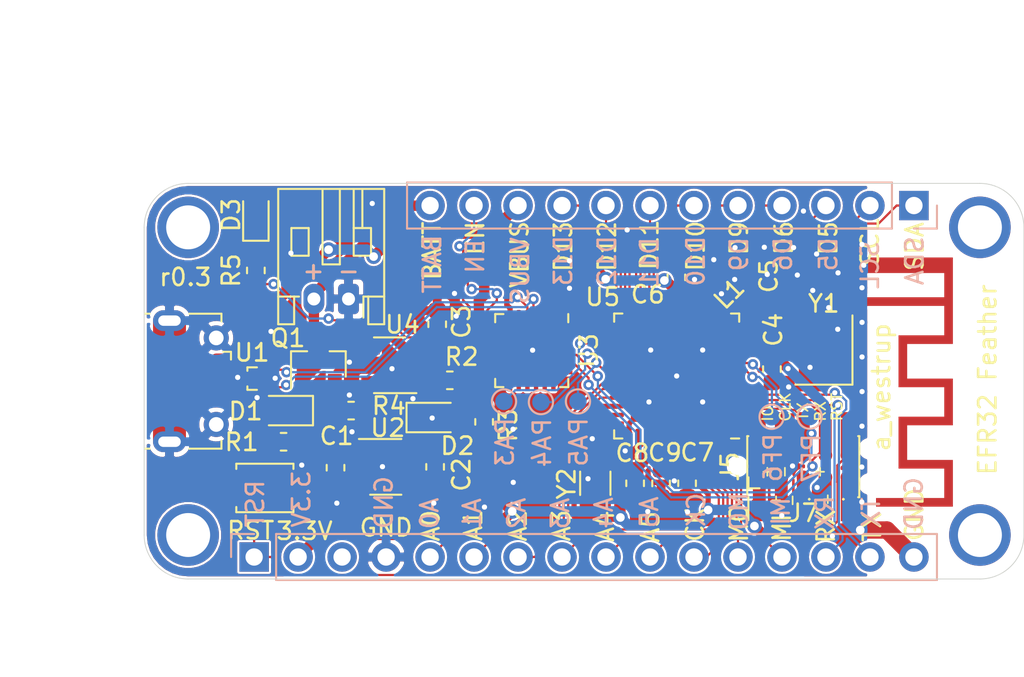
<source format=kicad_pcb>
(kicad_pcb (version 20171130) (host pcbnew 5.1.2-f72e74a~84~ubuntu19.04.1)
  (title_block (title "EFR32 Feather") (date 2019-06-20) (rev 0.3))
  (layers (0 F.Cu signal) (31 B.Cu signal) (34 B.Paste user) (35 F.Paste user) (36 B.SilkS user hide) (37 F.SilkS user) (38 B.Mask user) (39 F.Mask user) (44 Edge.Cuts user))
  (net 0 "")
  (net 1 +BATT)
  (net 2 GND)
  (net 3 /D1_TX)
  (net 4 /D0_RX)
  (net 5 /D22_MISO)
  (net 6 /D23_MOSI)
  (net 7 /D24_SCK)
  (net 8 /D19_A5)
  (net 9 /D18_A4)
  (net 10 /D17_A3)
  (net 11 /D16_A2)
  (net 12 /D15_A1)
  (net 13 /D14_A0)
  (net 14 /AREF)
  (net 15 +3V3)
  (net 16 /NRESET)
  (net 17 /EN)
  (net 18 VBUS)
  (net 19 /D13)
  (net 20 /D12)
  (net 21 /D11)
  (net 22 /D10)
  (net 23 /D9)
  (net 24 /D6)
  (net 25 /D5)
  (net 26 /D21_SCL)
  (net 27 /D20_SDA)
  (net 28 /USB_D+)
  (net 29 /USB_D-)
  (net 30 "Net-(U2-Pad4)")
  (net 31 /SWDIO)
  (net 32 /SWDCLK)
  (net 33 "Net-(D3-Pad1)")
  (net 34 "Net-(R4-Pad2)")
  (net 35 "Net-(AE1-Pad1)")
  (net 36 "Net-(L1-Pad2)")
  (net 37 /USB_TX)
  (net 38 /USB_RX)
  (net 39 "Net-(TP1-Pad1)")
  (net 40 "Net-(TP2-Pad1)")
  (net 41 "Net-(TP3-Pad1)")
  (net 42 "Net-(TP4-Pad1)")
  (net 43 "Net-(TP5-Pad1)")
  (net 44 "Net-(C1-Pad1)")
  (net 45 "Net-(C8-Pad2)")
  (net 46 "Net-(J2-Pad4)")
  (net 47 "Net-(R3-Pad2)")
  (net 48 "Net-(R5-Pad1)")
  (net 49 "Net-(U3-Pad24)")
  (net 50 "Net-(U3-Pad23)")
  (net 51 "Net-(U3-Pad22)")
  (net 52 "Net-(U3-Pad19)")
  (net 53 "Net-(U3-Pad18)")
  (net 54 "Net-(U3-Pad17)")
  (net 55 "Net-(U3-Pad16)")
  (net 56 "Net-(U3-Pad15)")
  (net 57 "Net-(U3-Pad14)")
  (net 58 "Net-(U3-Pad13)")
  (net 59 "Net-(U3-Pad12)")
  (net 60 "Net-(U3-Pad11)")
  (net 61 "Net-(U3-Pad10)")
  (net 62 "Net-(U3-Pad1)")
  (net 63 "Net-(U5-Pad38)")
  (net 64 "Net-(U5-Pad36)")
  (net 65 "Net-(U5-Pad35)")
  (net 66 "Net-(U5-Pad13)")
  (net 67 "Net-(U5-Pad11)")
  (net 68 "Net-(U5-Pad10)")
  (net 69 /NC2)
  (net 70 /NC1)
  (module Connector_PinHeader_1.27mm:PinHeader_2x05_P1.27mm_Vertical_SMD (layer F.Cu) (at 184.81 144.74 90)
    (fp_text reference J5 (at 0 -4.235 90) (layer F.SilkS))
    (fp_text value DEBUG)
    (pad 10 smd rect (at 1.95 2.54 90) (size 2.4 0.74) (layers F.Cu F.Paste F.Mask) (net 16 /NRESET))
    (pad 9 smd rect (at -1.95 2.54 90) (size 2.4 0.74) (layers F.Cu F.Paste F.Mask) (net 69 /NC2))
    (pad 8 smd rect (at 1.95 1.27 90) (size 2.4 0.74) (layers F.Cu F.Paste F.Mask) (net 38 /USB_RX))
    (pad 7 smd rect (at -1.95 1.27 90) (size 2.4 0.74) (layers F.Cu F.Paste F.Mask) (net 15 +3V3))
    (pad 6 smd rect (at 1.95 0 90) (size 2.4 0.74) (layers F.Cu F.Paste F.Mask) (net 37 /USB_TX))
    (pad 5 smd rect (at -1.95 0 90) (size 2.4 0.74) (layers F.Cu F.Paste F.Mask) (net 70 /NC1))
    (pad 4 smd rect (at 1.95 -1.27 90) (size 2.4 0.74) (layers F.Cu F.Paste F.Mask) (net 32 /SWDCLK))
    (pad 3 smd rect (at -1.95 -1.27 90) (size 2.4 0.74) (layers F.Cu F.Paste F.Mask) (net 2 GND))
    (pad 2 smd rect (at 1.95 -2.54 90) (size 2.4 0.74) (layers F.Cu F.Paste F.Mask) (net 31 /SWDIO))
    (pad 1 smd rect (at -1.95 -2.54 90) (size 2.4 0.74) (layers F.Cu F.Paste F.Mask) (net 15 +3V3))
  )
  (module Connector:Tag-Connect_TC2050-IDC-NL_2x05_P1.27mm_Vertical (layer F.Cu) (at 184.82 144.72)
    (fp_text reference J7 (at 0 2.7) (layer F.SilkS))
    (fp_text value TagConnect)
    (pad 10 connect circle (at -2.54 -0.635) (size 0.7874 0.7874) (layers F.Cu F.Mask) (net 31 /SWDIO))
    (pad 9 connect circle (at -1.27 -0.635) (size 0.7874 0.7874) (layers F.Cu F.Mask) (net 32 /SWDCLK))
    (pad 8 connect circle (at 0 -0.635) (size 0.7874 0.7874) (layers F.Cu F.Mask) (net 37 /USB_TX))
    (pad 7 connect circle (at 1.27 -0.635) (size 0.7874 0.7874) (layers F.Cu F.Mask) (net 38 /USB_RX))
    (pad 6 connect circle (at 2.54 -0.635) (size 0.7874 0.7874) (layers F.Cu F.Mask) (net 16 /NRESET))
    (pad 5 connect circle (at 2.54 0.635) (size 0.7874 0.7874) (layers F.Cu F.Mask) (net 69 /NC2))
    (pad 4 connect circle (at 1.27 0.635) (size 0.7874 0.7874) (layers F.Cu F.Mask) (net 15 +3V3))
    (pad 3 connect circle (at 0 0.635) (size 0.7874 0.7874) (layers F.Cu F.Mask) (net 70 /NC1))
    (pad 2 connect circle (at -1.27 0.635) (size 0.7874 0.7874) (layers F.Cu F.Mask) (net 2 GND))
    (pad 1 connect circle (at -2.54 0.635) (size 0.7874 0.7874) (layers F.Cu F.Mask) (net 15 +3V3))
    (pad "" np_thru_hole circle (at -3.81 0) (size 0.9906 0.9906) (drill 0.9906) (layers *.Cu *.Mask))
    (pad "" np_thru_hole circle (at 3.81 1.016) (size 0.9906 0.9906) (drill 0.9906) (layers *.Cu *.Mask))
    (pad "" np_thru_hole circle (at 3.81 -1.016) (size 0.9906 0.9906) (drill 0.9906) (layers *.Cu *.Mask))
  )
  (module Package_TO_SOT_SMD:Texas_DRT-3 (layer F.Cu) (at 153.26 139.65 90)
    (fp_text reference U1 (at 1.5 -0.28 180) (layer F.SilkS))
    (fp_text value TPD2EUSB30)
    (pad 3 smd rect (at 0 -0.425 90) (size 0.3 0.3) (layers F.Cu F.Paste F.Mask) (net 2 GND))
    (pad 2 smd rect (at 0.35 0.425 90) (size 0.3 0.3) (layers F.Cu F.Paste F.Mask) (net 29 /USB_D-))
    (pad 1 smd rect (at -0.35 0.425 90) (size 0.3 0.3) (layers F.Cu F.Paste F.Mask) (net 28 /USB_D+))
  )
  (module TestPoint:TestPoint_Pad_D1.0mm (layer B.Cu) (at 167.53 140.97 90)
    (fp_text reference TP5)
    (fp_text value PA3 (at -2.35 0.05 270) (layer B.SilkS) (effects (justify mirror)))
    (pad 1 smd circle (at 0 0 90) (size 1 1) (layers B.Cu B.Mask) (net 43 "Net-(TP5-Pad1)"))
  )
  (module TestPoint:TestPoint_Pad_D1.0mm (layer B.Cu) (at 169.66 141.01 90)
    (fp_text reference TP4)
    (fp_text value PA4 (at -2.35 0.07 270) (layer B.SilkS) (effects (justify mirror)))
    (pad 1 smd circle (at 0 0 90) (size 1 1) (layers B.Cu B.Mask) (net 42 "Net-(TP4-Pad1)"))
  )
  (module TestPoint:TestPoint_Pad_D1.0mm (layer B.Cu) (at 171.8 140.97 90)
    (fp_text reference TP3)
    (fp_text value PA5 (at -2.35 0.04 270) (layer B.SilkS) (effects (justify mirror)))
    (pad 1 smd circle (at 0 0 90) (size 1 1) (layers B.Cu B.Mask) (net 41 "Net-(TP3-Pad1)"))
  )
  (module Anders_Footprints:PCB_FeatherWing (layer F.Cu) (at 172.15 139.8)
    (fp_text reference PCB** hide)
    (fp_text value VAL** hide)
    (fp_line (start 22.86 -11.43) (end -22.86 -11.43) (layer Edge.Cuts) (width 0.05))
    (fp_line (start 25.4 8.89) (end 25.4 -8.89) (layer Edge.Cuts) (width 0.05))
    (fp_line (start -22.86 11.43) (end 22.86 11.43) (layer Edge.Cuts) (width 0.05))
    (fp_line (start -25.4 -8.89) (end -25.4 8.89) (layer Edge.Cuts) (width 0.05))
    (fp_arc (start 22.86 -8.89) (end 22.86 -11.43) (angle 90) (layer Edge.Cuts) (width 0.05))
    (fp_arc (start 22.86 8.89) (end 22.86 11.43) (angle -90) (layer Edge.Cuts) (width 0.05))
    (fp_arc (start -22.86 8.89) (end -22.86 11.43) (angle 90) (layer Edge.Cuts) (width 0.05))
    (fp_arc (start -22.86 -8.89) (end -25.4 -8.89) (angle 90) (layer Edge.Cuts) (width 0.05))
    (pad "" np_thru_hole circle (at 22.86 8.89) (size 3.556 3.556) (drill 2.54) (layers *.Cu *.Mask))
    (pad "" np_thru_hole circle (at -22.86 8.89) (size 3.556 3.556) (drill 2.54) (layers *.Cu *.Mask))
    (pad "" np_thru_hole circle (at 22.86 -8.89) (size 3.556 3.556) (drill 2.54) (layers *.Cu *.Mask))
    (pad "" np_thru_hole circle (at -22.86 -8.89) (size 3.556 3.556) (drill 2.54) (layers *.Cu *.Mask))
  )
  (module Package_DFN_QFN:QFN-24-1EP_4x4mm_P0.5mm_EP2.6x2.6mm (layer F.Cu) (at 169.13 138.03 270)
    (fp_text reference U3 (at 0 -3.3 90) (layer F.SilkS))
    (fp_text value CP2102N-A01-GQFN24)
    (pad 24 smd roundrect (at -1.25 -1.9375 270) (size 0.25 0.825) (layers F.Cu F.Paste F.Mask) (net 49 "Net-(U3-Pad24)"))
    (pad 23 smd roundrect (at -0.75 -1.9375 270) (size 0.25 0.825) (layers F.Cu F.Paste F.Mask) (net 50 "Net-(U3-Pad23)"))
    (pad 22 smd roundrect (at -0.25 -1.9375 270) (size 0.25 0.825) (layers F.Cu F.Paste F.Mask) (net 51 "Net-(U3-Pad22)"))
    (pad 21 smd roundrect (at 0.25 -1.9375 270) (size 0.25 0.825) (layers F.Cu F.Paste F.Mask) (net 37 /USB_TX))
    (pad 20 smd roundrect (at 0.75 -1.9375 270) (size 0.25 0.825) (layers F.Cu F.Paste F.Mask) (net 38 /USB_RX))
    (pad 19 smd roundrect (at 1.25 -1.9375 270) (size 0.25 0.825) (layers F.Cu F.Paste F.Mask) (net 52 "Net-(U3-Pad19)"))
    (pad 18 smd roundrect (at 1.9375 -1.25 270) (size 0.825 0.25) (layers F.Cu F.Paste F.Mask) (net 53 "Net-(U3-Pad18)"))
    (pad 17 smd roundrect (at 1.9375 -0.75 270) (size 0.825 0.25) (layers F.Cu F.Paste F.Mask) (net 54 "Net-(U3-Pad17)"))
    (pad 16 smd roundrect (at 1.9375 -0.25 270) (size 0.825 0.25) (layers F.Cu F.Paste F.Mask) (net 55 "Net-(U3-Pad16)"))
    (pad 15 smd roundrect (at 1.9375 0.25 270) (size 0.825 0.25) (layers F.Cu F.Paste F.Mask) (net 56 "Net-(U3-Pad15)"))
    (pad 14 smd roundrect (at 1.9375 0.75 270) (size 0.825 0.25) (layers F.Cu F.Paste F.Mask) (net 57 "Net-(U3-Pad14)"))
    (pad 13 smd roundrect (at 1.9375 1.25 270) (size 0.825 0.25) (layers F.Cu F.Paste F.Mask) (net 58 "Net-(U3-Pad13)"))
    (pad 12 smd roundrect (at 1.25 1.9375 270) (size 0.25 0.825) (layers F.Cu F.Paste F.Mask) (net 59 "Net-(U3-Pad12)"))
    (pad 11 smd roundrect (at 0.75 1.9375 270) (size 0.25 0.825) (layers F.Cu F.Paste F.Mask) (net 60 "Net-(U3-Pad11)"))
    (pad 10 smd roundrect (at 0.25 1.9375 270) (size 0.25 0.825) (layers F.Cu F.Paste F.Mask) (net 61 "Net-(U3-Pad10)"))
    (pad 9 smd roundrect (at -0.25 1.9375 270) (size 0.25 0.825) (layers F.Cu F.Paste F.Mask) (net 47 "Net-(R3-Pad2)"))
    (pad 8 smd roundrect (at -0.75 1.9375 270) (size 0.25 0.825) (layers F.Cu F.Paste F.Mask) (net 18 VBUS))
    (pad 7 smd roundrect (at -1.25 1.9375 270) (size 0.25 0.825) (layers F.Cu F.Paste F.Mask) (net 15 +3V3))
    (pad 6 smd roundrect (at -1.9375 1.25 270) (size 0.825 0.25) (layers F.Cu F.Paste F.Mask) (net 15 +3V3))
    (pad 5 smd roundrect (at -1.9375 0.75 270) (size 0.825 0.25) (layers F.Cu F.Paste F.Mask) (net 15 +3V3))
    (pad 4 smd roundrect (at -1.9375 0.25 270) (size 0.825 0.25) (layers F.Cu F.Paste F.Mask) (net 29 /USB_D-))
    (pad 3 smd roundrect (at -1.9375 -0.25 270) (size 0.825 0.25) (layers F.Cu F.Paste F.Mask) (net 28 /USB_D+))
    (pad 2 smd roundrect (at -1.9375 -0.75 270) (size 0.825 0.25) (layers F.Cu F.Paste F.Mask) (net 2 GND))
    (pad 1 smd roundrect (at -1.9375 -1.25 270) (size 0.825 0.25) (layers F.Cu F.Paste F.Mask) (net 62 "Net-(U3-Pad1)"))
    (pad 25 smd roundrect (at 0 0 270) (size 2.6 2.6) (layers F.Cu F.Mask) (roundrect_rratio 0.096154) (net 2 GND))
  )
  (module Inductor_SMD:L_0402_1005Metric (layer F.Cu) (at 179.705 133.9215 225)
    (fp_text reference L1 (at 0 -1.17 45) (layer F.SilkS))
    (fp_text value 1.9nH)
    (pad 2 smd roundrect (at 0.485 0 225) (size 0.59 0.64) (layers F.Cu F.Paste F.Mask) (net 36 "Net-(L1-Pad2)"))
    (pad 1 smd roundrect (at -0.485 0 225) (size 0.59 0.64) (layers F.Cu F.Paste F.Mask) (net 35 "Net-(AE1-Pad1)"))
  )
  (module Capacitor_SMD:C_0402_1005Metric (layer F.Cu) (at 181.6735 133.4135 270)
    (fp_text reference C5 (at 0.3175 -1.143 90) (layer F.SilkS))
    (fp_text value 1.5pF)
    (pad 2 smd roundrect (at 0.485 0 270) (size 0.59 0.64) (layers F.Cu F.Paste F.Mask) (net 2 GND))
    (pad 1 smd roundrect (at -0.485 0 270) (size 0.59 0.64) (layers F.Cu F.Paste F.Mask) (net 35 "Net-(AE1-Pad1)"))
  )
  (module TestPoint:TestPoint_Pad_D1.0mm (layer B.Cu) (at 185.18 141.85)
    (fp_text reference TP2)
    (fp_text value PF7 (at 0.09 2.4 90) (layer B.SilkS) (effects (justify mirror)))
    (pad 1 smd circle (at 0 0) (size 1 1) (layers B.Cu B.Mask) (net 40 "Net-(TP2-Pad1)"))
  )
  (module TestPoint:TestPoint_Pad_D1.0mm (layer B.Cu) (at 182.98 141.86)
    (fp_text reference TP1)
    (fp_text value PF6 (at 0.08 2.36 90) (layer B.SilkS) (effects (justify mirror)))
    (pad 1 smd circle (at 0 0) (size 1 1) (layers B.Cu B.Mask) (net 39 "Net-(TP1-Pad1)"))
  )
  (module Button_Switch_SMD:SW_SPST_B3U-1000P (layer F.Cu) (at 153.72 145.97)
    (fp_text reference SW1 hide)
    (fp_text value RESET)
    (pad 2 smd rect (at 1.7 0) (size 0.9 1.7) (layers F.Cu F.Paste F.Mask) (net 2 GND))
    (pad 1 smd rect (at -1.7 0) (size 0.9 1.7) (layers F.Cu F.Paste F.Mask) (net 16 /NRESET))
  )
  (module Diode_SMD:D_SOD-323 (layer F.Cu) (at 163.4 141.9)
    (fp_text reference D2 (at 1.44 1.64) (layer F.SilkS))
    (fp_text value PROTECT)
    (pad 2 smd rect (at 1.05 0) (size 0.6 0.45) (layers F.Cu F.Paste F.Mask) (net 15 +3V3))
    (pad 1 smd rect (at -1.05 0) (size 0.6 0.45) (layers F.Cu F.Paste F.Mask) (net 44 "Net-(C1-Pad1)"))
  )
  (module Connector_JST:JST_PH_S2B-PH-K_1x02_P2.00mm_Horizontal (layer F.Cu) (at 158.55 135.05 180)
    (fp_text reference J3 hide)
    (fp_text value Battery)
    (pad 2 thru_hole oval (at 2 0 180) (size 1.2 1.75) (drill 0.75) (layers *.Cu *.Mask) (net 1 +BATT))
    (pad 1 thru_hole roundrect (at 0 0 180) (size 1.2 1.75) (drill 0.75) (layers *.Cu *.Mask) (roundrect_rratio 0.208333) (net 2 GND))
  )
  (module Anders_Footprints:QFN-48-1_PIN0_EP_7x7mm_P0.5mm_EP5.3x5.3mm (layer F.Cu) (at 177.5 139.5 180)
    (fp_text reference U5 (at 4.272 4.5625 180) (layer F.SilkS))
    (fp_text value EFR32BG_QFN48)
    (pad 48 smd roundrect (at -2.75 -3.45 180) (size 0.25 0.8) (layers F.Cu F.Paste F.Mask) (net 5 /D22_MISO))
    (pad 47 smd roundrect (at -2.25 -3.45 180) (size 0.25 0.8) (layers F.Cu F.Paste F.Mask) (net 6 /D23_MOSI))
    (pad 46 smd roundrect (at -1.75 -3.45 180) (size 0.25 0.8) (layers F.Cu F.Paste F.Mask) (net 7 /D24_SCK))
    (pad 45 smd roundrect (at -1.25 -3.45 180) (size 0.25 0.8) (layers F.Cu F.Paste F.Mask) (net 8 /D19_A5))
    (pad 44 smd roundrect (at -0.75 -3.45 180) (size 0.25 0.8) (layers F.Cu F.Paste F.Mask) (net 9 /D18_A4))
    (pad 43 smd roundrect (at -0.25 -3.45 180) (size 0.25 0.8) (layers F.Cu F.Paste F.Mask) (net 10 /D17_A3))
    (pad 42 smd roundrect (at 0.25 -3.45 180) (size 0.25 0.8) (layers F.Cu F.Paste F.Mask) (net 15 +3V3))
    (pad 41 smd roundrect (at 0.75 -3.45 180) (size 0.25 0.8) (layers F.Cu F.Paste F.Mask) (net 45 "Net-(C8-Pad2)"))
    (pad 40 smd roundrect (at 1.25 -3.45 180) (size 0.25 0.8) (layers F.Cu F.Paste F.Mask) (net 15 +3V3))
    (pad 39 smd roundrect (at 1.75 -3.45 180) (size 0.25 0.8) (layers F.Cu F.Paste F.Mask) (net 15 +3V3))
    (pad 38 smd roundrect (at 2.25 -3.45 180) (size 0.25 0.8) (layers F.Cu F.Paste F.Mask) (net 63 "Net-(U5-Pad38)"))
    (pad 37 smd roundrect (at 2.75 -3.45 180) (size 0.25 0.8) (layers F.Cu F.Paste F.Mask) (net 2 GND))
    (pad 36 smd roundrect (at 3.45 -2.75 180) (size 0.8 0.25) (layers F.Cu F.Paste F.Mask) (net 64 "Net-(U5-Pad36)"))
    (pad 35 smd roundrect (at 3.45 -2.25 180) (size 0.8 0.25) (layers F.Cu F.Paste F.Mask) (net 65 "Net-(U5-Pad35)"))
    (pad 34 smd roundrect (at 3.45 -1.75 180) (size 0.8 0.25) (layers F.Cu F.Paste F.Mask) (net 15 +3V3))
    (pad 33 smd roundrect (at 3.45 -1.25 180) (size 0.8 0.25) (layers F.Cu F.Paste F.Mask) (net 11 /D16_A2))
    (pad 32 smd roundrect (at 3.45 -0.75 180) (size 0.8 0.25) (layers F.Cu F.Paste F.Mask) (net 12 /D15_A1))
    (pad 31 smd roundrect (at 3.45 -0.25 180) (size 0.8 0.25) (layers F.Cu F.Paste F.Mask) (net 13 /D14_A0))
    (pad 30 smd roundrect (at 3.45 0.25 180) (size 0.8 0.25) (layers F.Cu F.Paste F.Mask) (net 41 "Net-(TP3-Pad1)"))
    (pad 29 smd roundrect (at 3.45 0.75 180) (size 0.8 0.25) (layers F.Cu F.Paste F.Mask) (net 42 "Net-(TP4-Pad1)"))
    (pad 28 smd roundrect (at 3.45 1.25 180) (size 0.8 0.25) (layers F.Cu F.Paste F.Mask) (net 43 "Net-(TP5-Pad1)"))
    (pad 27 smd roundrect (at 3.45 1.75 180) (size 0.8 0.25) (layers F.Cu F.Paste F.Mask) (net 19 /D13))
    (pad 26 smd roundrect (at 3.45 2.25 180) (size 0.8 0.25) (layers F.Cu F.Paste F.Mask) (net 20 /D12))
    (pad 25 smd roundrect (at 3.45 2.75 180) (size 0.8 0.25) (layers F.Cu F.Paste F.Mask) (net 21 /D11))
    (pad 24 smd roundrect (at 2.75 3.45 180) (size 0.25 0.8) (layers F.Cu F.Paste F.Mask) (net 22 /D10))
    (pad 23 smd roundrect (at 2.25 3.45 180) (size 0.25 0.8) (layers F.Cu F.Paste F.Mask) (net 23 /D9))
    (pad 22 smd roundrect (at 1.75 3.45 180) (size 0.25 0.8) (layers F.Cu F.Paste F.Mask) (net 24 /D6))
    (pad 21 smd roundrect (at 1.25 3.45 180) (size 0.25 0.8) (layers F.Cu F.Paste F.Mask) (net 25 /D5))
    (pad 20 smd roundrect (at 0.75 3.45 180) (size 0.25 0.8) (layers F.Cu F.Paste F.Mask) (net 26 /D21_SCL))
    (pad 19 smd roundrect (at 0.25 3.45 180) (size 0.25 0.8) (layers F.Cu F.Paste F.Mask) (net 27 /D20_SDA))
    (pad 18 smd roundrect (at -0.25 3.45 180) (size 0.25 0.8) (layers F.Cu F.Paste F.Mask) (net 15 +3V3))
    (pad 17 smd roundrect (at -0.75 3.45 180) (size 0.25 0.8) (layers F.Cu F.Paste F.Mask) (net 36 "Net-(L1-Pad2)"))
    (pad 16 smd roundrect (at -1.25 3.45 180) (size 0.25 0.8) (layers F.Cu F.Paste F.Mask) (net 2 GND))
    (pad 15 smd roundrect (at -1.75 3.45 180) (size 0.25 0.8) (layers F.Cu F.Paste F.Mask) (net 2 GND))
    (pad 14 smd roundrect (at -2.25 3.45 180) (size 0.25 0.8) (layers F.Cu F.Paste F.Mask) (net 2 GND))
    (pad 13 smd roundrect (at -2.75 3.45 180) (size 0.25 0.8) (layers F.Cu F.Paste F.Mask) (net 66 "Net-(U5-Pad13)"))
    (pad 12 smd roundrect (at -3.45 2.75 180) (size 0.8 0.25) (layers F.Cu F.Paste F.Mask) (net 16 /NRESET))
    (pad 11 smd roundrect (at -3.45 2.25 180) (size 0.8 0.25) (layers F.Cu F.Paste F.Mask) (net 67 "Net-(U5-Pad11)"))
    (pad 10 smd roundrect (at -3.45 1.75 180) (size 0.8 0.25) (layers F.Cu F.Paste F.Mask) (net 68 "Net-(U5-Pad10)"))
    (pad 9 smd roundrect (at -3.45 1.25 180) (size 0.8 0.25) (layers F.Cu F.Paste F.Mask) (net 15 +3V3))
    (pad 8 smd roundrect (at -3.45 0.75 180) (size 0.8 0.25) (layers F.Cu F.Paste F.Mask) (net 40 "Net-(TP2-Pad1)"))
    (pad 7 smd roundrect (at -3.45 0.25 180) (size 0.8 0.25) (layers F.Cu F.Paste F.Mask) (net 39 "Net-(TP1-Pad1)"))
    (pad 6 smd roundrect (at -3.45 -0.25 180) (size 0.8 0.25) (layers F.Cu F.Paste F.Mask) (net 3 /D1_TX))
    (pad 5 smd roundrect (at -3.45 -0.75 180) (size 0.8 0.25) (layers F.Cu F.Paste F.Mask) (net 4 /D0_RX))
    (pad 4 smd roundrect (at -3.45 -1.25 180) (size 0.8 0.25) (layers F.Cu F.Paste F.Mask) (net 38 /USB_RX))
    (pad 3 smd roundrect (at -3.45 -1.75 180) (size 0.8 0.25) (layers F.Cu F.Paste F.Mask) (net 37 /USB_TX))
    (pad 2 smd roundrect (at -3.45 -2.25 180) (size 0.8 0.25) (layers F.Cu F.Paste F.Mask) (net 31 /SWDIO))
    (pad 1 smd roundrect (at -3.45 -2.75 180) (size 0.8 0.25) (layers F.Cu F.Paste F.Mask) (net 32 /SWDCLK))
    (pad 0 smd roundrect (at 0 0 180) (size 5.3 5.3) (layers F.Cu F.Mask) (roundrect_rratio 0.047) (net 2 GND))
  )
  (module Package_TO_SOT_SMD:SOT-23 (layer F.Cu) (at 156.81 138.83 90)
    (fp_text reference Q1 (at 1.52 -1.76 180) (layer F.SilkS))
    (fp_text value DMG2301L)
    (pad 3 smd rect (at 1 0 90) (size 0.9 0.8) (layers F.Cu F.Paste F.Mask) (net 1 +BATT))
    (pad 2 smd rect (at -1 0.95 90) (size 0.9 0.8) (layers F.Cu F.Paste F.Mask) (net 44 "Net-(C1-Pad1)"))
    (pad 1 smd rect (at -1 -0.95 90) (size 0.9 0.8) (layers F.Cu F.Paste F.Mask) (net 18 VBUS))
  )
  (module Resistor_SMD:R_0603_1608Metric (layer F.Cu) (at 166.38 142.15 90)
    (fp_text reference R3 (at -0.2 1.39 90) (layer F.SilkS))
    (fp_text value 100k)
    (pad 2 smd roundrect (at 0.7875 0 90) (size 0.875 0.95) (layers F.Cu F.Paste F.Mask) (net 47 "Net-(R3-Pad2)"))
    (pad 1 smd roundrect (at -0.7875 0 90) (size 0.875 0.95) (layers F.Cu F.Paste F.Mask) (net 15 +3V3))
  )
  (module RF_Antenna:Texas_SWRA117D_2.4GHz_Right (layer F.Cu) (at 188.3 135.2 270)
    (fp_text reference AE1 hide)
    (fp_text value Antenna_Chip)
    (fp_poly (pts (xy 2.45 -2.51) (xy 4.45 -2.51) (xy 4.45 -5.15) (xy 7.15 -5.15) (xy 7.15 -2.51) (xy 9.15 -2.51) (xy 9.15 -5.15) (xy 11.85 -5.15) (xy 11.85 -0.71) (xy 11.35 -0.71) (xy 11.35 -4.65) (xy 9.65 -4.65) (xy 9.65 -2.01) (xy 6.65 -2.01) (xy 6.65 -4.65) (xy 4.95 -4.65) (xy 4.95 -2.01) (xy 1.95 -2.01) (xy 1.95 -4.65) (xy 0.25 -4.65) (xy 0.25 0.25) (xy -0.25 0.25) (xy -0.25 -4.65) (xy -1.65 -4.65) (xy -1.65 0.25) (xy -2.55 0.25) (xy -2.55 0.006785) (xy -2.247583 0.006785) (xy -2.237742 0.054395) (xy -2.213674 0.096797) (xy -2.175731 0.129581) (xy -2.167819 0.133935) (xy -2.125156 0.146043) (xy -2.076637 0.1453) (xy -2.031122 0.1324) (xy -2.012511 0.121787) (xy -1.978868 0.086553) (xy -1.958309 0.041368) (xy -1.951778 -0.008158) (xy -1.960218 -0.056417) (xy -1.977112 -0.088643) (xy -2.012372 -0.121313) (xy -2.057682 -0.141408) (xy -2.107267 -0.147982) (xy -2.155353 -0.140092) (xy -2.188245 -0.123186) (xy -2.223185 -0.086416) (xy -2.242847 -0.041622) (xy -2.247583 0.006785) (xy -2.55 0.006785) (xy -2.55 -5.15) (xy 2.45 -5.15) (xy 2.45 -2.51)) (layer F.Cu) (width 0))
    (pad 1 connect rect (at 0 0 270) (size 0.5 0.5) (layers F.Cu) (net 35 "Net-(AE1-Pad1)"))
    (pad 2 thru_hole rect (at -2.1 0 270) (size 0.9 0.5) (drill 0.3) (layers *.Cu) (net 2 GND))
  )
  (module Package_TO_SOT_SMD:SOT-23-5 (layer F.Cu) (at 160.92 138.88 180)
    (fp_text reference U4 (at -0.75 2.35) (layer F.SilkS))
    (fp_text value MCP73831-2-OT)
    (pad 5 smd rect (at 1.1 -0.95 180) (size 1.06 0.65) (layers F.Cu F.Paste F.Mask) (net 34 "Net-(R4-Pad2)"))
    (pad 4 smd rect (at 1.1 0.95 180) (size 1.06 0.65) (layers F.Cu F.Paste F.Mask) (net 18 VBUS))
    (pad 3 smd rect (at -1.1 0.95 180) (size 1.06 0.65) (layers F.Cu F.Paste F.Mask) (net 1 +BATT))
    (pad 2 smd rect (at -1.1 0 180) (size 1.06 0.65) (layers F.Cu F.Paste F.Mask) (net 2 GND))
    (pad 1 smd rect (at -1.1 -0.95 180) (size 1.06 0.65) (layers F.Cu F.Paste F.Mask) (net 48 "Net-(R5-Pad1)"))
  )
  (module Resistor_SMD:R_0603_1608Metric (layer F.Cu) (at 158.7 141.5 180)
    (fp_text reference R4 (at -2.18 0.27) (layer F.SilkS))
    (fp_text value 5k)
    (pad 2 smd roundrect (at 0.7875 0 180) (size 0.875 0.95) (layers F.Cu F.Paste F.Mask) (net 34 "Net-(R4-Pad2)"))
    (pad 1 smd roundrect (at -0.7875 0 180) (size 0.875 0.95) (layers F.Cu F.Paste F.Mask) (net 2 GND))
  )
  (module Resistor_SMD:R_0603_1608Metric (layer F.Cu) (at 153.2 133.4 90)
    (fp_text reference R5 (at 0 -1.43 90) (layer F.SilkS))
    (fp_text value 1k)
    (pad 2 smd roundrect (at 0.7875 0 90) (size 0.875 0.95) (layers F.Cu F.Paste F.Mask) (net 33 "Net-(D3-Pad1)"))
    (pad 1 smd roundrect (at -0.7875 0 90) (size 0.875 0.95) (layers F.Cu F.Paste F.Mask) (net 48 "Net-(R5-Pad1)"))
  )
  (module Resistor_SMD:R_0603_1608Metric (layer F.Cu) (at 154.8 143.3)
    (fp_text reference R1 (at -2.42 0.02) (layer F.SilkS))
    (fp_text value 100k)
    (pad 2 smd roundrect (at 0.7875 0) (size 0.875 0.95) (layers F.Cu F.Paste F.Mask) (net 2 GND))
    (pad 1 smd roundrect (at -0.7875 0) (size 0.875 0.95) (layers F.Cu F.Paste F.Mask) (net 18 VBUS))
  )
  (module LED_SMD:LED_0603_1608Metric (layer F.Cu) (at 153.2 130.2 90)
    (fp_text reference D3 (at 0 -1.43 90) (layer F.SilkS))
    (fp_text value CHARGE)
    (pad 2 smd roundrect (at 0.7875 0 90) (size 0.875 0.95) (layers F.Cu F.Paste F.Mask) (net 18 VBUS))
    (pad 1 smd roundrect (at -0.7875 0 90) (size 0.875 0.95) (layers F.Cu F.Paste F.Mask) (net 33 "Net-(D3-Pad1)"))
  )
  (module Diode_SMD:D_SOD-323 (layer F.Cu) (at 155 141.5 180)
    (fp_text reference D1 (at 2.39 -0.04) (layer F.SilkS))
    (fp_text value D_Schottky_Small)
    (pad 2 smd rect (at 1.05 0 180) (size 0.6 0.45) (layers F.Cu F.Paste F.Mask) (net 18 VBUS))
    (pad 1 smd rect (at -1.05 0 180) (size 0.6 0.45) (layers F.Cu F.Paste F.Mask) (net 44 "Net-(C1-Pad1)"))
  )
  (module Capacitor_SMD:C_0603_1608Metric (layer F.Cu) (at 163.67 136.51 90)
    (fp_text reference C3 (at 0.14 1.4 90) (layer F.SilkS))
    (fp_text value 10uF)
    (pad 2 smd roundrect (at 0.7875 0 90) (size 0.875 0.95) (layers F.Cu F.Paste F.Mask) (net 2 GND))
    (pad 1 smd roundrect (at -0.7875 0 90) (size 0.875 0.95) (layers F.Cu F.Paste F.Mask) (net 1 +BATT))
  )
  (module Crystal:Crystal_SMD_3225-4Pin_3.2x2.5mm (layer F.Cu) (at 186 138 90)
    (fp_text reference Y1 (at 2.6815 -0.0085 180) (layer F.SilkS))
    (fp_text value 38.4MHz)
    (pad 4 smd rect (at -1.1 -0.85 90) (size 1.4 1.2) (layers F.Cu F.Paste F.Mask) (net 2 GND))
    (pad 3 smd rect (at 1.1 -0.85 90) (size 1.4 1.2) (layers F.Cu F.Paste F.Mask) (net 67 "Net-(U5-Pad11)"))
    (pad 2 smd rect (at 1.1 0.85 90) (size 1.4 1.2) (layers F.Cu F.Paste F.Mask) (net 2 GND))
    (pad 1 smd rect (at -1.1 0.85 90) (size 1.4 1.2) (layers F.Cu F.Paste F.Mask) (net 68 "Net-(U5-Pad10)"))
  )
  (module Crystal:Crystal_SMD_3215-2Pin_3.2x1.5mm (layer F.Cu) (at 172.8 145.7 270)
    (fp_text reference Y2 (at 0.02 1.66 90) (layer F.SilkS))
    (fp_text value 32768Hz)
    (pad 2 smd rect (at -1.25 0 270) (size 1 1.8) (layers F.Cu F.Paste F.Mask) (net 65 "Net-(U5-Pad35)"))
    (pad 1 smd rect (at 1.25 0 270) (size 1 1.8) (layers F.Cu F.Paste F.Mask) (net 64 "Net-(U5-Pad36)"))
  )
  (module Resistor_SMD:R_0603_1608Metric (layer F.Cu) (at 164.4 139.75)
    (fp_text reference R2 (at 0.68 -1.36) (layer F.SilkS))
    (fp_text value 100k)
    (pad 2 smd roundrect (at 0.7875 0) (size 0.875 0.95) (layers F.Cu F.Paste F.Mask) (net 17 /EN))
    (pad 1 smd roundrect (at -0.7875 0) (size 0.875 0.95) (layers F.Cu F.Paste F.Mask) (net 44 "Net-(C1-Pad1)"))
  )
  (module Package_TO_SOT_SMD:SOT-23-5 (layer F.Cu) (at 160.7 144.75)
    (fp_text reference U2 (at 0.12 -2.25) (layer F.SilkS))
    (fp_text value AP2112K-3.3)
    (pad 5 smd rect (at 1.1 -0.95) (size 1.06 0.65) (layers F.Cu F.Paste F.Mask) (net 15 +3V3))
    (pad 4 smd rect (at 1.1 0.95) (size 1.06 0.65) (layers F.Cu F.Paste F.Mask) (net 30 "Net-(U2-Pad4)"))
    (pad 3 smd rect (at -1.1 0.95) (size 1.06 0.65) (layers F.Cu F.Paste F.Mask) (net 17 /EN))
    (pad 2 smd rect (at -1.1 0) (size 1.06 0.65) (layers F.Cu F.Paste F.Mask) (net 2 GND))
    (pad 1 smd rect (at -1.1 -0.95) (size 1.06 0.65) (layers F.Cu F.Paste F.Mask) (net 44 "Net-(C1-Pad1)"))
  )
  (module Capacitor_SMD:C_0603_1608Metric (layer F.Cu) (at 163.55 144.75 270)
    (fp_text reference C2 (at 0.45 -1.52 90) (layer F.SilkS))
    (fp_text value 1uF)
    (pad 2 smd roundrect (at 0.7875 0 270) (size 0.875 0.95) (layers F.Cu F.Paste F.Mask) (net 2 GND))
    (pad 1 smd roundrect (at -0.7875 0 270) (size 0.875 0.95) (layers F.Cu F.Paste F.Mask) (net 15 +3V3))
  )
  (module Capacitor_SMD:C_0603_1608Metric (layer F.Cu) (at 157.8 144.8 270)
    (fp_text reference C1 (at -1.83 -0.06 180) (layer F.SilkS))
    (fp_text value 1uF)
    (pad 2 smd roundrect (at 0.7875 0 270) (size 0.875 0.95) (layers F.Cu F.Paste F.Mask) (net 2 GND))
    (pad 1 smd roundrect (at -0.7875 0 270) (size 0.875 0.95) (layers F.Cu F.Paste F.Mask) (net 44 "Net-(C1-Pad1)"))
  )
  (module Capacitor_SMD:C_0603_1608Metric (layer F.Cu) (at 177.48 133.8 90)
    (fp_text reference C6 (at -0.99 -1.6485) (layer F.SilkS))
    (fp_text value 220nf)
    (pad 2 smd roundrect (at 0.7875 0 90) (size 0.875 0.95) (layers F.Cu F.Paste F.Mask) (net 2 GND))
    (pad 1 smd roundrect (at -0.7875 0 90) (size 0.875 0.95) (layers F.Cu F.Paste F.Mask) (net 15 +3V3))
  )
  (module Capacitor_SMD:C_0603_1608Metric (layer F.Cu) (at 183 139.1 270)
    (fp_text reference C4 (at -2.27 -0.08 90) (layer F.SilkS))
    (fp_text value 220nf)
    (pad 2 smd roundrect (at 0.7875 0 270) (size 0.875 0.95) (layers F.Cu F.Paste F.Mask) (net 2 GND))
    (pad 1 smd roundrect (at -0.7875 0 270) (size 0.875 0.95) (layers F.Cu F.Paste F.Mask) (net 15 +3V3))
  )
  (module Capacitor_SMD:C_0603_1608Metric (layer F.Cu) (at 176.6 145.71 90)
    (fp_text reference C8 (at 1.7555 -1.6575 180) (layer F.SilkS))
    (fp_text value 1uf)
    (pad 2 smd roundrect (at 0.7875 0 90) (size 0.875 0.95) (layers F.Cu F.Paste F.Mask) (net 45 "Net-(C8-Pad2)"))
    (pad 1 smd roundrect (at -0.7875 0 90) (size 0.875 0.95) (layers F.Cu F.Paste F.Mask) (net 2 GND))
  )
  (module Capacitor_SMD:C_0603_1608Metric (layer F.Cu) (at 175.1 145.7 270)
    (fp_text reference C9 (at -1.77 -1.72 180) (layer F.SilkS))
    (fp_text value 10uf)
    (pad 2 smd roundrect (at 0.7875 0 270) (size 0.875 0.95) (layers F.Cu F.Paste F.Mask) (net 2 GND))
    (pad 1 smd roundrect (at -0.7875 0 270) (size 0.875 0.95) (layers F.Cu F.Paste F.Mask) (net 15 +3V3))
  )
  (module Capacitor_SMD:C_0603_1608Metric (layer F.Cu) (at 178.1 145.7 270)
    (fp_text reference C7 (at -1.78 -0.59) (layer F.SilkS))
    (fp_text value 0.1uF)
    (pad 2 smd roundrect (at 0.7875 0 270) (size 0.875 0.95) (layers F.Cu F.Paste F.Mask) (net 2 GND))
    (pad 1 smd roundrect (at -0.7875 0 270) (size 0.875 0.95) (layers F.Cu F.Paste F.Mask) (net 15 +3V3))
  )
  (module Connector_USB:USB_Micro-B_Molex-105017-0001 (layer F.Cu) (at 149.45 139.8 270)
    (fp_text reference J2 hide)
    (fp_text value USB)
    (pad 6 smd rect (at -2.9 1.2375 270) (size 1.2 1.9) (layers F.Cu F.Mask) (net 2 GND))
    (pad 6 smd rect (at 2.9 1.2375 270) (size 1.2 1.9) (layers F.Cu F.Mask) (net 2 GND))
    (pad 6 thru_hole oval (at 3.5 1.2375 270) (size 1.2 1.9) (drill oval 0.6 1.3) (layers *.Cu *.Mask) (net 2 GND))
    (pad 6 thru_hole oval (at -3.5 1.2375 90) (size 1.2 1.9) (drill oval 0.6 1.3) (layers *.Cu *.Mask) (net 2 GND))
    (pad 6 smd rect (at -1 1.2375 270) (size 1.5 1.9) (layers F.Cu F.Paste F.Mask) (net 2 GND))
    (pad 6 thru_hole circle (at 2.5 -1.4625 270) (size 1.45 1.45) (drill 0.85) (layers *.Cu *.Mask) (net 2 GND))
    (pad 3 smd rect (at 0 -1.4625 270) (size 0.4 1.35) (layers F.Cu F.Paste F.Mask) (net 28 /USB_D+))
    (pad 4 smd rect (at 0.65 -1.4625 270) (size 0.4 1.35) (layers F.Cu F.Paste F.Mask) (net 46 "Net-(J2-Pad4)"))
    (pad 5 smd rect (at 1.3 -1.4625 270) (size 0.4 1.35) (layers F.Cu F.Paste F.Mask) (net 2 GND))
    (pad 1 smd rect (at -1.3 -1.4625 270) (size 0.4 1.35) (layers F.Cu F.Paste F.Mask) (net 18 VBUS))
    (pad 2 smd rect (at -0.65 -1.4625 270) (size 0.4 1.35) (layers F.Cu F.Paste F.Mask) (net 29 /USB_D-))
    (pad 6 thru_hole circle (at -2.5 -1.4625 270) (size 1.45 1.45) (drill 0.85) (layers *.Cu *.Mask) (net 2 GND))
    (pad 6 smd rect (at 1 1.2375 270) (size 1.5 1.9) (layers F.Cu F.Paste F.Mask) (net 2 GND))
  )
  (module Connector_PinHeader_2.54mm:PinHeader_1x12_P2.54mm_Vertical (layer B.Cu) (at 191.2 129.65 90)
    (fp_text reference J4 hide)
    (fp_text value Feather_2)
    (pad 12 thru_hole oval (at 0 -27.94 90) (size 1.7 1.7) (drill 1) (layers *.Cu *.Mask) (net 1 +BATT))
    (pad 11 thru_hole oval (at 0 -25.4 90) (size 1.7 1.7) (drill 1) (layers *.Cu *.Mask) (net 17 /EN))
    (pad 10 thru_hole oval (at 0 -22.86 90) (size 1.7 1.7) (drill 1) (layers *.Cu *.Mask) (net 18 VBUS))
    (pad 9 thru_hole oval (at 0 -20.32 90) (size 1.7 1.7) (drill 1) (layers *.Cu *.Mask) (net 19 /D13))
    (pad 8 thru_hole oval (at 0 -17.78 90) (size 1.7 1.7) (drill 1) (layers *.Cu *.Mask) (net 20 /D12))
    (pad 7 thru_hole oval (at 0 -15.24 90) (size 1.7 1.7) (drill 1) (layers *.Cu *.Mask) (net 21 /D11))
    (pad 6 thru_hole oval (at 0 -12.7 90) (size 1.7 1.7) (drill 1) (layers *.Cu *.Mask) (net 22 /D10))
    (pad 5 thru_hole oval (at 0 -10.16 90) (size 1.7 1.7) (drill 1) (layers *.Cu *.Mask) (net 23 /D9))
    (pad 4 thru_hole oval (at 0 -7.62 90) (size 1.7 1.7) (drill 1) (layers *.Cu *.Mask) (net 24 /D6))
    (pad 3 thru_hole oval (at 0 -5.08 90) (size 1.7 1.7) (drill 1) (layers *.Cu *.Mask) (net 25 /D5))
    (pad 2 thru_hole oval (at 0 -2.54 90) (size 1.7 1.7) (drill 1) (layers *.Cu *.Mask) (net 26 /D21_SCL))
    (pad 1 thru_hole rect (at 0 0 90) (size 1.7 1.7) (drill 1) (layers *.Cu *.Mask) (net 27 /D20_SDA))
  )
  (module Connector_PinHeader_2.54mm:PinHeader_1x16_P2.54mm_Vertical (layer B.Cu) (at 153.1 149.96 270)
    (fp_text reference J1 hide)
    (fp_text value Feather_1)
    (pad 16 thru_hole oval (at 0 -38.1 270) (size 1.7 1.7) (drill 1) (layers *.Cu *.Mask) (net 2 GND))
    (pad 15 thru_hole oval (at 0 -35.56 270) (size 1.7 1.7) (drill 1) (layers *.Cu *.Mask) (net 3 /D1_TX))
    (pad 14 thru_hole oval (at 0 -33.02 270) (size 1.7 1.7) (drill 1) (layers *.Cu *.Mask) (net 4 /D0_RX))
    (pad 13 thru_hole oval (at 0 -30.48 270) (size 1.7 1.7) (drill 1) (layers *.Cu *.Mask) (net 5 /D22_MISO))
    (pad 12 thru_hole oval (at 0 -27.94 270) (size 1.7 1.7) (drill 1) (layers *.Cu *.Mask) (net 6 /D23_MOSI))
    (pad 11 thru_hole oval (at 0 -25.4 270) (size 1.7 1.7) (drill 1) (layers *.Cu *.Mask) (net 7 /D24_SCK))
    (pad 10 thru_hole oval (at 0 -22.86 270) (size 1.7 1.7) (drill 1) (layers *.Cu *.Mask) (net 8 /D19_A5))
    (pad 9 thru_hole oval (at 0 -20.32 270) (size 1.7 1.7) (drill 1) (layers *.Cu *.Mask) (net 9 /D18_A4))
    (pad 8 thru_hole oval (at 0 -17.78 270) (size 1.7 1.7) (drill 1) (layers *.Cu *.Mask) (net 10 /D17_A3))
    (pad 7 thru_hole oval (at 0 -15.24 270) (size 1.7 1.7) (drill 1) (layers *.Cu *.Mask) (net 11 /D16_A2))
    (pad 6 thru_hole oval (at 0 -12.7 270) (size 1.7 1.7) (drill 1) (layers *.Cu *.Mask) (net 12 /D15_A1))
    (pad 5 thru_hole oval (at 0 -10.16 270) (size 1.7 1.7) (drill 1) (layers *.Cu *.Mask) (net 13 /D14_A0))
    (pad 4 thru_hole oval (at 0 -7.62 270) (size 1.7 1.7) (drill 1) (layers *.Cu *.Mask) (net 2 GND))
    (pad 3 thru_hole oval (at 0 -5.08 270) (size 1.7 1.7) (drill 1) (layers *.Cu *.Mask) (net 14 /AREF))
    (pad 2 thru_hole oval (at 0 -2.54 270) (size 1.7 1.7) (drill 1) (layers *.Cu *.Mask) (net 15 +3V3))
    (pad 1 thru_hole rect (at 0 0 270) (size 1.7 1.7) (drill 1) (layers *.Cu *.Mask) (net 16 /NRESET))
  )
  (gr_text . (at 184.912 146.6215 90) (layer F.SilkS) (effects (font (size 0.6 0.6) (thickness 0.1))))
  (gr_text . (at 186.8805 146.6215 90) (layer F.SilkS) (effects (font (size 0.6 0.6) (thickness 0.1))))
  (gr_text - (at 184.15 146.685 90) (layer F.SilkS) (effects (font (size 0.6 0.6) (thickness 0.1))))
  (gr_text + (at 186.182 146.6215 90) (layer F.SilkS) (effects (font (size 0.6 0.6) (thickness 0.1))))
  (gr_text + (at 183.1975 146.685 90) (layer F.SilkS) (effects (font (size 0.6 0.6) (thickness 0.1))))
  (gr_text + (at 182.6895 145.034 90) (layer F.SilkS) (effects (font (size 0.6 0.6) (thickness 0.1))))
  (gr_text - (at 183.7055 145.034 90) (layer F.SilkS) (effects (font (size 0.6 0.6) (thickness 0.1))))
  (gr_text + (at 185.7375 145.034 90) (layer F.SilkS) (effects (font (size 0.6 0.6) (thickness 0.1))))
  (gr_text RST (at 186.7535 141.2875 90) (layer F.SilkS) (effects (font (size 0.6 0.6) (thickness 0.1))))
  (gr_text RX (at 185.801 141.5415 90) (layer F.SilkS) (effects (font (size 0.6 0.6) (thickness 0.1))))
  (gr_text TX (at 184.785 141.5415 90) (layer F.SilkS) (effects (font (size 0.6 0.6) (thickness 0.1))))
  (gr_text CLK (at 183.769 141.2875 90) (layer F.SilkS) (effects (font (size 0.6 0.6) (thickness 0.1))))
  (gr_text IO (at 182.753 141.6685 90) (layer F.SilkS) (effects (font (size 0.6 0.6) (thickness 0.1))))
  (gr_text - (at 158.5595 133.4135) (layer F.SilkS) (effects (font (size 1 1))))
  (gr_text + (at 156.5275 133.4135) (layer F.SilkS) (effects (font (size 1 1))))
  (gr_text - (at 158.5595 133.4135) (layer B.SilkS) (effects (font (size 1 1)) (justify mirror)))
  (gr_text + (at 156.5275 133.4135) (layer B.SilkS) (effects (font (size 1 1)) (justify mirror)))
  (gr_text BATT (at 163.3855 133.0325 90) (layer B.SilkS) (effects (font (size 1 1)) (justify mirror)))
  (gr_text EN (at 165.862 132.588 90) (layer B.SilkS) (effects (font (size 1 1)) (justify mirror)))
  (gr_text VBUS (at 168.4655 133.4135 90) (layer B.SilkS) (effects (font (size 1 1)) (justify mirror)))
  (gr_text D13 (at 170.95 132.8385 90) (layer B.SilkS) (effects (font (size 1 1)) (justify mirror)))
  (gr_text D12 (at 173.48 132.8485 90) (layer B.SilkS) (effects (font (size 1 1)) (justify mirror)))
  (gr_text D11 (at 175.93 132.9385 90) (layer B.SilkS) (effects (font (size 1 1)) (justify mirror)))
  (gr_text D10 (at 178.6 132.8685 90) (layer B.SilkS) (effects (font (size 1 1)) (justify mirror)))
  (gr_text D9 (at 181.102 132.461 90) (layer B.SilkS) (effects (font (size 1 1)) (justify mirror)))
  (gr_text D6 (at 183.642 132.461 90) (layer B.SilkS) (effects (font (size 1 1)) (justify mirror)))
  (gr_text D5 (at 186.26 132.461 90) (layer B.SilkS) (effects (font (size 1 1)) (justify mirror)))
  (gr_text SCL (at 188.66 133.0785 90) (layer B.SilkS) (effects (font (size 1 1)) (justify mirror)))
  (gr_text SDA (at 191.24 132.8385 90) (layer B.SilkS) (effects (font (size 1 1)) (justify mirror)))
  (gr_text GND (at 191.1985 146.8755 90) (layer B.SilkS) (effects (font (size 1 1)) (justify mirror)))
  (gr_text TX (at 188.7265 147.3725 90) (layer B.SilkS) (effects (font (size 1 1)) (justify mirror)))
  (gr_text RX (at 186.0565 147.4025 90) (layer B.SilkS) (effects (font (size 1 1)) (justify mirror)))
  (gr_text MI (at 183.515 147.32 90) (layer B.SilkS) (effects (font (size 1 1)) (justify mirror)))
  (gr_text MO (at 181.102 147.32 90) (layer B.SilkS) (effects (font (size 1 1)) (justify mirror)))
  (gr_text CK (at 178.6255 147.2565 90) (layer B.SilkS) (effects (font (size 1 1)) (justify mirror)))
  (gr_text A5 (at 175.9165 147.3725 90) (layer B.SilkS) (effects (font (size 1 1)) (justify mirror)))
  (gr_text A4 (at 173.2965 147.4125 90) (layer B.SilkS) (effects (font (size 1 1)) (justify mirror)))
  (gr_text A3 (at 170.7765 147.4525 90) (layer B.SilkS) (effects (font (size 1 1)) (justify mirror)))
  (gr_text A2 (at 168.2565 147.4425 90) (layer B.SilkS) (effects (font (size 1 1)) (justify mirror)))
  (gr_text A1 (at 165.6865 147.4725 90) (layer B.SilkS) (effects (font (size 1 1)) (justify mirror)))
  (gr_text A0 (at 163.2265 147.4425 90) (layer B.SilkS) (effects (font (size 1 1)) (justify mirror)))
  (gr_text GND (at 160.5915 146.812 90) (layer B.SilkS) (effects (font (size 1 1)) (justify mirror)))
  (gr_text 3.3V (at 155.829 146.6215 90) (layer B.SilkS) (effects (font (size 1 1)) (justify mirror)))
  (gr_text RST (at 153.162 146.8755 90) (layer B.SilkS) (effects (font (size 1 1)) (justify mirror)))
  (gr_text r0.3 (at 149.13 133.79) (layer F.SilkS) (effects (font (size 1 1))))
  (gr_text RST (at 152.9 148.43) (layer F.SilkS) (effects (font (size 1 1))))
  (gr_text 3.3V (at 156.01 148.46) (layer F.SilkS) (effects (font (size 1 1))))
  (gr_text GND (at 160.72 148.26) (layer F.SilkS) (effects (font (size 1 1))))
  (gr_text A0 (at 163.29 148.15 90) (layer F.SilkS) (effects (font (size 1 1))))
  (gr_text A1 (at 165.75 148.12 90) (layer F.SilkS) (effects (font (size 1 1))))
  (gr_text A2 (at 168.32 148.15 90) (layer F.SilkS) (effects (font (size 1 1))))
  (gr_text A3 (at 170.84 148.14 90) (layer F.SilkS) (effects (font (size 1 1))))
  (gr_text A4 (at 173.36 148.18 90) (layer F.SilkS) (effects (font (size 1 1))))
  (gr_text A5 (at 175.98 148.22 90) (layer F.SilkS) (effects (font (size 1 1))))
  (gr_text CK (at 178.562 148.082 90) (layer F.SilkS) (effects (font (size 1 1))))
  (gr_text MO (at 181.102 148.01 90) (layer F.SilkS) (effects (font (size 1 1))))
  (gr_text MI (at 183.5785 148.2725 90) (layer F.SilkS) (effects (font (size 1 1))))
  (gr_text RX (at 186.12 148.19 90) (layer F.SilkS) (effects (font (size 1 1))))
  (gr_text TX (at 188.79 148.22 90) (layer F.SilkS) (effects (font (size 1 1))))
  (gr_text GND (at 191.23 147.51 90) (layer F.SilkS) (effects (font (size 1 1))))
  (gr_text SDA (at 191.24 132.02 90) (layer F.SilkS) (effects (font (size 1 1))))
  (gr_text SCL (at 188.66 131.78 90) (layer F.SilkS) (effects (font (size 1 1))))
  (gr_text D5 (at 186.26 131.54 90) (layer F.SilkS) (effects (font (size 1 1))))
  (gr_text D6 (at 183.69 131.52 90) (layer F.SilkS) (effects (font (size 1 1))))
  (gr_text D9 (at 181.1 131.54 90) (layer F.SilkS) (effects (font (size 1 1))))
  (gr_text D10 (at 178.6 131.99 90) (layer F.SilkS) (effects (font (size 1 1))))
  (gr_text D11 (at 175.93 131.92 90) (layer F.SilkS) (effects (font (size 1 1))))
  (gr_text D12 (at 173.48 132.01 90) (layer F.SilkS) (effects (font (size 1 1))))
  (gr_text D13 (at 170.95 132.02 90) (layer F.SilkS) (effects (font (size 1 1))))
  (gr_text VBUS (at 168.43 132.48 90) (layer F.SilkS) (effects (font (size 1 1))))
  (gr_text EN (at 165.87 131.54 90) (layer F.SilkS) (effects (font (size 1 1))))
  (gr_text BATT (at 163.37 132.27 90) (layer F.SilkS) (effects (font (size 1 1))))
  (gr_text a_westrup (at 189.32 140.15 90) (layer F.SilkS) (effects (font (size 1 1))))
  (gr_text "EFR32 Feather" (at 195.45 139.71 90) (layer F.SilkS) (effects (font (size 1 1))))
  (segment (start 156.55 134.775) (end 156.55 135.05) (width 0.6) (layer F.Cu) (net 1))
  (segment (start 161.665 129.66) (end 156.55 134.775) (width 0.6) (layer F.Cu) (net 1))
  (segment (start 163.26 129.65) (end 163.25 129.66) (width 0.6) (layer F.Cu) (net 1))
  (segment (start 163.25 129.66) (end 161.665 129.66) (width 0.6) (layer F.Cu) (net 1))
  (segment (start 156.55 137.57) (end 156.81 137.83) (width 0.6) (layer F.Cu) (net 1))
  (segment (start 156.55 135.05) (end 156.55 137.57) (width 0.6) (layer F.Cu) (net 1))
  (segment (start 156.81 137.78) (end 156.81 137.83) (width 0.6) (layer F.Cu) (net 1))
  (segment (start 157.81 136.78) (end 156.81 137.78) (width 0.6) (layer F.Cu) (net 1))
  (segment (start 160.665 136.78) (end 157.81 136.78) (width 0.6) (layer F.Cu) (net 1))
  (segment (start 161.815 137.93) (end 160.665 136.78) (width 0.6) (layer F.Cu) (net 1))
  (segment (start 162.02 137.93) (end 161.815 137.93) (width 0.6) (layer F.Cu) (net 1))
  (segment (start 163.0375 137.93) (end 163.67 137.2975) (width 0.6) (layer F.Cu) (net 1))
  (segment (start 162.02 137.93) (end 163.0375 137.93) (width 0.6) (layer F.Cu) (net 1))
  (via (at 169.18 138.01) (size 0.6) (drill 0.3) (layers F.Cu B.Cu) (net 2))
  (via (at 175.9 141) (size 0.6) (drill 0.3) (layers F.Cu B.Cu) (net 2))
  (via (at 186.8 136.8) (size 0.6) (drill 0.3) (layers F.Cu B.Cu) (net 2))
  (via (at 185.2 139) (size 0.6) (drill 0.3) (layers F.Cu B.Cu) (net 2))
  (via (at 179 141) (size 0.6) (drill 0.3) (layers F.Cu B.Cu) (net 2))
  (via (at 177.5 139.5) (size 0.6) (drill 0.3) (layers F.Cu B.Cu) (net 2))
  (via (at 176 138) (size 0.6) (drill 0.3) (layers F.Cu B.Cu) (net 2))
  (via (at 179 138) (size 0.6) (drill 0.3) (layers F.Cu B.Cu) (net 2))
  (segment (start 174.75 142.25) (end 177.5 139.5) (width 0.3) (layer F.Cu) (net 2))
  (segment (start 174.75 142.95) (end 174.75 142.25) (width 0.3) (layer F.Cu) (net 2))
  (segment (start 177.5 137.8) (end 177.5 139.5) (width 0.3) (layer F.Cu) (net 2))
  (segment (start 178.75 136.55) (end 177.5 137.8) (width 0.3) (layer F.Cu) (net 2))
  (segment (start 178.75 136.05) (end 178.75 136.55) (width 0.3) (layer F.Cu) (net 2))
  (segment (start 179.25 137.75) (end 177.5 139.5) (width 0.3) (layer F.Cu) (net 2))
  (segment (start 179.25 136.05) (end 179.25 137.75) (width 0.3) (layer F.Cu) (net 2))
  (segment (start 179.75 137.25) (end 177.5 139.5) (width 0.3) (layer F.Cu) (net 2))
  (segment (start 179.75 136.05) (end 179.75 137.25) (width 0.3) (layer F.Cu) (net 2))
  (via (at 186.817 133.5405) (size 0.6) (drill 0.3) (layers F.Cu B.Cu) (net 2))
  (via (at 188.2 134.4) (size 0.6) (drill 0.3) (layers F.Cu B.Cu) (net 2))
  (via (at 188.2 142.4) (size 0.6) (drill 0.3) (layers F.Cu B.Cu) (net 2))
  (via (at 188.19 144.76) (size 0.6) (drill 0.3) (layers F.Cu B.Cu) (net 2))
  (via (at 188.19 146.78) (size 0.6) (drill 0.3) (layers F.Cu B.Cu) (net 2))
  (via (at 161.06 139.08) (size 0.6) (drill 0.3) (layers F.Cu B.Cu) (net 2))
  (via (at 158.75 142.725) (size 0.6) (drill 0.3) (layers F.Cu B.Cu) (net 2))
  (via (at 155.85 144.65) (size 0.6) (drill 0.3) (layers F.Cu B.Cu) (net 2))
  (via (at 155.225 132.4) (size 0.6) (drill 0.3) (layers F.Cu B.Cu) (net 2))
  (via (at 154.075 136.925) (size 0.6) (drill 0.3) (layers F.Cu B.Cu) (net 2))
  (via (at 188.204011 140.4) (size 0.6) (drill 0.3) (layers F.Cu B.Cu) (net 2))
  (via (at 188.204011 138.4) (size 0.6) (drill 0.3) (layers F.Cu B.Cu) (net 2))
  (via (at 188.204011 136.4) (size 0.6) (drill 0.3) (layers F.Cu B.Cu) (net 2))
  (via (at 172.625 143.125) (size 0.6) (drill 0.3) (layers F.Cu B.Cu) (net 2))
  (via (at 171.31 134.43) (size 0.6) (drill 0.3) (layers F.Cu B.Cu) (net 2))
  (via (at 163.475 146.84799) (size 0.6) (drill 0.3) (layers F.Cu B.Cu) (net 2))
  (via (at 157.875 146.84799) (size 0.6) (drill 0.3) (layers F.Cu B.Cu) (net 2))
  (via (at 172.379254 145.437657) (size 0.6) (drill 0.3) (layers F.Cu B.Cu) (net 2))
  (via (at 174.525 143.825) (size 0.6) (drill 0.3) (layers F.Cu B.Cu) (net 2))
  (via (at 168.05 142.575) (size 0.6) (drill 0.3) (layers F.Cu B.Cu) (net 2))
  (via (at 168.063127 145.6476) (size 0.6) (drill 0.3) (layers F.Cu B.Cu) (net 2))
  (via (at 175.83 147.33) (size 0.6) (drill 0.3) (layers F.Cu B.Cu) (net 2))
  (via (at 178.125 147.35) (size 0.6) (drill 0.3) (layers F.Cu B.Cu) (net 2))
  (via (at 166.4 147.075) (size 0.6) (drill 0.3) (layers F.Cu B.Cu) (net 2))
  (via (at 153.27 140.75) (size 0.6) (drill 0.3) (layers F.Cu B.Cu) (net 2))
  (via (at 179.6415 132.7785) (size 0.6) (drill 0.3) (layers F.Cu B.Cu) (net 2))
  (via (at 188.2 131.9) (size 0.6) (drill 0.3) (layers F.Cu B.Cu) (net 2))
  (via (at 178.53 133.9215) (size 0.6) (drill 0.3) (layers F.Cu B.Cu) (net 2))
  (via (at 180.87 132.08) (size 0.6) (drill 0.3) (layers F.Cu B.Cu) (net 2))
  (via (at 185.58 132.45) (size 0.6) (drill 0.3) (layers F.Cu B.Cu) (net 2))
  (via (at 184.25 132.08) (size 0.6) (drill 0.3) (layers F.Cu B.Cu) (net 2))
  (via (at 182.56 132.06) (size 0.6) (drill 0.3) (layers F.Cu B.Cu) (net 2))
  (via (at 180.848 133.9215) (size 0.6) (drill 0.3) (layers F.Cu B.Cu) (net 2))
  (via (at 184.4675 133.6675) (size 0.6) (drill 0.3) (layers F.Cu B.Cu) (net 2))
  (via (at 182.730002 133.63) (size 0.6) (drill 0.3) (layers F.Cu B.Cu) (net 2))
  (via (at 185.3565 134.5565) (size 0.6) (drill 0.3) (layers F.Cu B.Cu) (net 2))
  (via (at 158.6 140.6) (size 0.6) (drill 0.3) (layers F.Cu B.Cu) (net 2))
  (via (at 164.77 136.04) (size 0.6) (drill 0.3) (layers F.Cu B.Cu) (net 2))
  (via (at 188.1 148.4) (size 0.85) (drill 0.5) (layers F.Cu B.Cu) (net 2))
  (segment (start 189.64 148.4) (end 188.135022 148.4) (width 1) (layer F.Cu) (net 2))
  (segment (start 191.2 149.96) (end 189.64 148.4) (width 1) (layer F.Cu) (net 2))
  (via (at 186.28 135.55) (size 0.6) (drill 0.3) (layers F.Cu B.Cu) (net 2))
  (via (at 171.31 132.84) (size 0.6) (drill 0.3) (layers F.Cu B.Cu) (net 2))
  (via (at 159.92 129.53) (size 0.6) (drill 0.3) (layers F.Cu B.Cu) (net 2))
  (via (at 174.64 131.06) (size 0.6) (drill 0.3) (layers F.Cu B.Cu) (net 2))
  (via (at 184.82 129.97) (size 0.6) (drill 0.3) (layers F.Cu B.Cu) (net 2))
  (via (at 180.085998 134.747002) (size 0.6) (drill 0.3) (layers F.Cu B.Cu) (net 2))
  (segment (start 180.052998 134.747002) (end 180.085998 134.747002) (width 0.3) (layer F.Cu) (net 2))
  (segment (start 178.75 136.05) (end 180.052998 134.747002) (width 0.3) (layer F.Cu) (net 2))
  (via (at 154.315587 139.63051) (size 0.6) (drill 0.3) (layers F.Cu B.Cu) (net 2))
  (via (at 158.6 138.7) (size 0.6) (drill 0.3) (layers F.Cu B.Cu) (net 2))
  (via (at 152.15 139.58) (size 0.6) (drill 0.3) (layers F.Cu B.Cu) (net 2))
  (via (at 164.67 134.73) (size 0.6) (drill 0.3) (layers F.Cu B.Cu) (net 2))
  (via (at 163.38 141.93) (size 0.6) (drill 0.3) (layers F.Cu B.Cu) (net 2))
  (via (at 162.27 140.81) (size 0.6) (drill 0.3) (layers F.Cu B.Cu) (net 2))
  (via (at 160.51 144.74) (size 0.6) (drill 0.3) (layers F.Cu B.Cu) (net 2))
  (segment (start 183.548 145.355) (end 183.55 145.355) (width 0.127) (layer F.Cu) (net 2))
  (segment (start 183.54 145.363) (end 183.54 145.363) (width 0.127) (layer F.Cu) (net 2))
  (segment (start 183.54 146.69) (end 183.54 145.363) (width 0.127) (layer F.Cu) (net 2))
  (via (at 183.965671 140.133819) (size 0.6) (drill 0.3) (layers F.Cu B.Cu) (net 2))
  (via (at 183.57 147.57) (size 0.6) (drill 0.3) (layers F.Cu B.Cu) (net 2))
  (via (at 186.491149 148.75406) (size 0.6) (drill 0.3) (layers F.Cu B.Cu) (net 2))
  (via (at 177.36 145.56) (size 0.6) (drill 0.3) (layers F.Cu B.Cu) (net 2))
  (segment (start 183.54 145.363) (end 183.548 145.355) (width 0.127) (layer F.Cu) (net 2))
  (via (at 184.19 144.7) (size 0.6) (drill 0.3) (layers F.Cu B.Cu) (net 2))
  (via (at 186.63 140.47) (size 0.6) (drill 0.3) (layers F.Cu B.Cu) (net 3))
  (segment (start 186.52 140.58) (end 186.63 140.47) (width 0.127) (layer F.Cu) (net 3))
  (segment (start 182.175139 140.58) (end 186.52 140.58) (width 0.127) (layer F.Cu) (net 3))
  (segment (start 181.345139 139.75) (end 182.175139 140.58) (width 0.127) (layer F.Cu) (net 3))
  (segment (start 180.95 139.75) (end 181.345139 139.75) (width 0.127) (layer F.Cu) (net 3))
  (segment (start 187.288609 141.414833) (end 186.87 141.833442) (width 0.127) (layer B.Cu) (net 3))
  (segment (start 188.66 149.87) (end 188.66 149.96) (width 0.127) (layer B.Cu) (net 3))
  (segment (start 187.288609 140.943949) (end 187.288609 141.414833) (width 0.127) (layer B.Cu) (net 3))
  (segment (start 186.63 140.47) (end 186.75 140.47) (width 0.127) (layer B.Cu) (net 3))
  (segment (start 186.75 140.47) (end 186.968889 140.688889) (width 0.127) (layer B.Cu) (net 3))
  (segment (start 186.87 141.833442) (end 186.87 148.08) (width 0.127) (layer B.Cu) (net 3))
  (segment (start 186.968889 140.688889) (end 187.033549 140.688889) (width 0.127) (layer B.Cu) (net 3))
  (segment (start 186.87 148.08) (end 188.66 149.87) (width 0.127) (layer B.Cu) (net 3))
  (segment (start 187.033549 140.688889) (end 187.288609 140.943949) (width 0.127) (layer B.Cu) (net 3))
  (segment (start 185.658615 141.179391) (end 186.373843 141.179391) (width 0.127) (layer F.Cu) (net 4))
  (segment (start 181.45 140.25) (end 182.091478 140.891478) (width 0.127) (layer F.Cu) (net 4))
  (segment (start 180.95 140.25) (end 181.45 140.25) (width 0.127) (layer F.Cu) (net 4))
  (segment (start 182.091478 140.891478) (end 185.370702 140.891478) (width 0.127) (layer F.Cu) (net 4))
  (segment (start 186.373843 141.179391) (end 186.798107 141.179391) (width 0.127) (layer F.Cu) (net 4))
  (via (at 186.798107 141.179391) (size 0.6) (drill 0.3) (layers F.Cu B.Cu) (net 4))
  (segment (start 185.370702 140.891478) (end 185.658615 141.179391) (width 0.127) (layer F.Cu) (net 4))
  (segment (start 187.075989 148.645214) (end 187.075989 149.004011) (width 0.127) (layer B.Cu) (net 4))
  (segment (start 186.615989 148.185214) (end 187.075989 148.645214) (width 0.127) (layer B.Cu) (net 4))
  (segment (start 187.075989 149.004011) (end 186.969999 149.110001) (width 0.127) (layer B.Cu) (net 4))
  (segment (start 186.798107 141.179391) (end 186.615989 141.361509) (width 0.127) (layer B.Cu) (net 4))
  (segment (start 186.615989 141.361509) (end 186.615989 148.185214) (width 0.127) (layer B.Cu) (net 4))
  (segment (start 186.969999 149.110001) (end 186.12 149.96) (width 0.127) (layer B.Cu) (net 4))
  (segment (start 182.730001 149.110001) (end 183.58 149.96) (width 0.127) (layer F.Cu) (net 5))
  (segment (start 180.324199 145.049185) (end 181.22 145.944986) (width 0.127) (layer F.Cu) (net 5))
  (segment (start 181.900001 149.110001) (end 182.730001 149.110001) (width 0.127) (layer F.Cu) (net 5))
  (segment (start 181.22 148.43) (end 181.900001 149.110001) (width 0.127) (layer F.Cu) (net 5))
  (segment (start 181.22 145.944986) (end 181.22 148.43) (width 0.127) (layer F.Cu) (net 5))
  (segment (start 180.324199 143.524199) (end 180.324199 145.049185) (width 0.127) (layer F.Cu) (net 5))
  (segment (start 180.25 143.45) (end 180.324199 143.524199) (width 0.127) (layer F.Cu) (net 5))
  (segment (start 180.25 142.95) (end 180.25 143.45) (width 0.127) (layer F.Cu) (net 5))
  (segment (start 181.04 148.757919) (end 181.04 149.96) (width 0.127) (layer F.Cu) (net 6))
  (segment (start 179.75 142.95) (end 179.75 143.45) (width 0.127) (layer F.Cu) (net 6))
  (segment (start 180.96 148.677919) (end 181.04 148.757919) (width 0.127) (layer F.Cu) (net 6))
  (segment (start 180.96 146.044211) (end 180.96 148.677919) (width 0.127) (layer F.Cu) (net 6))
  (segment (start 180.070188 145.154399) (end 180.96 146.044211) (width 0.127) (layer F.Cu) (net 6))
  (segment (start 180.070188 143.770188) (end 180.070188 145.154399) (width 0.127) (layer F.Cu) (net 6))
  (segment (start 179.75 143.45) (end 180.070188 143.770188) (width 0.127) (layer F.Cu) (net 6))
  (segment (start 179.25 142.95) (end 179.25 143.931041) (width 0.127) (layer F.Cu) (net 7))
  (segment (start 180.693013 148.484662) (end 179.217675 149.96) (width 0.127) (layer F.Cu) (net 7))
  (segment (start 179.816177 144.497218) (end 179.816177 145.259613) (width 0.127) (layer F.Cu) (net 7))
  (segment (start 179.217675 149.96) (end 178.5 149.96) (width 0.127) (layer F.Cu) (net 7))
  (segment (start 180.693013 146.136449) (end 180.693013 148.484662) (width 0.127) (layer F.Cu) (net 7))
  (segment (start 179.816177 145.259613) (end 180.693013 146.136449) (width 0.127) (layer F.Cu) (net 7))
  (segment (start 179.25 143.931041) (end 179.816177 144.497218) (width 0.127) (layer F.Cu) (net 7))
  (segment (start 180.439002 146.241663) (end 179.562166 145.364827) (width 0.127) (layer F.Cu) (net 8))
  (segment (start 180.439002 148.379448) (end 180.439002 146.241663) (width 0.127) (layer F.Cu) (net 8))
  (segment (start 178.75 143.45) (end 178.75 142.95) (width 0.127) (layer F.Cu) (net 8))
  (segment (start 179.562166 144.602432) (end 178.75 143.790266) (width 0.127) (layer F.Cu) (net 8))
  (segment (start 179.562166 145.364827) (end 179.562166 144.602432) (width 0.127) (layer F.Cu) (net 8))
  (segment (start 179.940428 148.878022) (end 180.439002 148.379448) (width 0.127) (layer F.Cu) (net 8))
  (segment (start 178.75 143.790266) (end 178.75 143.45) (width 0.127) (layer F.Cu) (net 8))
  (segment (start 175.96 149.96) (end 177.041978 148.878022) (width 0.127) (layer F.Cu) (net 8))
  (segment (start 177.041978 148.878022) (end 179.940428 148.878022) (width 0.127) (layer F.Cu) (net 8))
  (segment (start 178.25 143.649491) (end 178.25 143.45) (width 0.127) (layer F.Cu) (net 9))
  (segment (start 173.42 149.96) (end 174.755989 148.624011) (width 0.127) (layer F.Cu) (net 9))
  (segment (start 178.25 143.45) (end 178.25 142.95) (width 0.127) (layer F.Cu) (net 9))
  (segment (start 180.184991 146.346877) (end 179.308155 145.470041) (width 0.127) (layer F.Cu) (net 9))
  (segment (start 174.755989 148.624011) (end 179.835214 148.624011) (width 0.127) (layer F.Cu) (net 9))
  (segment (start 179.835214 148.624011) (end 180.184991 148.274234) (width 0.127) (layer F.Cu) (net 9))
  (segment (start 179.308155 144.707646) (end 178.25 143.649491) (width 0.127) (layer F.Cu) (net 9))
  (segment (start 179.308155 145.470041) (end 179.308155 144.707646) (width 0.127) (layer F.Cu) (net 9))
  (segment (start 180.184991 148.274234) (end 180.184991 146.346877) (width 0.127) (layer F.Cu) (net 9))
  (segment (start 179.93098 148.16902) (end 179.93098 146.452091) (width 0.127) (layer F.Cu) (net 10))
  (segment (start 179.73 148.37) (end 179.93098 148.16902) (width 0.127) (layer F.Cu) (net 10))
  (segment (start 179.93098 146.452091) (end 179.054144 145.575255) (width 0.127) (layer F.Cu) (net 10))
  (segment (start 179.054144 145.575255) (end 179.054144 144.81286) (width 0.127) (layer F.Cu) (net 10))
  (segment (start 177.75 143.508716) (end 177.75 143.45) (width 0.127) (layer F.Cu) (net 10))
  (segment (start 179.054144 144.81286) (end 177.75 143.508716) (width 0.127) (layer F.Cu) (net 10))
  (segment (start 177.75 143.45) (end 177.75 142.95) (width 0.127) (layer F.Cu) (net 10))
  (segment (start 170.88 149.96) (end 172.47 148.37) (width 0.127) (layer F.Cu) (net 10))
  (segment (start 172.47 148.37) (end 179.73 148.37) (width 0.127) (layer F.Cu) (net 10))
  (segment (start 171.234494 142.608953) (end 173.093447 140.75) (width 0.127) (layer F.Cu) (net 11))
  (segment (start 173.55 140.75) (end 174.05 140.75) (width 0.127) (layer F.Cu) (net 11))
  (segment (start 168.34 149.96) (end 169.29845 149.96) (width 0.127) (layer F.Cu) (net 11))
  (segment (start 169.29845 149.96) (end 171.234494 148.023956) (width 0.127) (layer F.Cu) (net 11))
  (segment (start 173.093447 140.75) (end 173.55 140.75) (width 0.127) (layer F.Cu) (net 11))
  (segment (start 171.234494 148.023956) (end 171.234494 142.608953) (width 0.127) (layer F.Cu) (net 11))
  (segment (start 166.655989 149.104011) (end 167.656048 149.104011) (width 0.127) (layer F.Cu) (net 12))
  (segment (start 169.979726 148.919499) (end 170.980483 147.918742) (width 0.127) (layer F.Cu) (net 12))
  (segment (start 165.8 149.96) (end 166.655989 149.104011) (width 0.127) (layer F.Cu) (net 12))
  (segment (start 167.84056 148.919499) (end 169.979726 148.919499) (width 0.127) (layer F.Cu) (net 12))
  (segment (start 170.980483 142.50374) (end 173.234223 140.25) (width 0.127) (layer F.Cu) (net 12))
  (segment (start 173.234223 140.25) (end 173.55 140.25) (width 0.127) (layer F.Cu) (net 12))
  (segment (start 173.55 140.25) (end 174.05 140.25) (width 0.127) (layer F.Cu) (net 12))
  (segment (start 170.980483 147.918742) (end 170.980483 142.50374) (width 0.127) (layer F.Cu) (net 12))
  (segment (start 167.656048 149.104011) (end 167.84056 148.919499) (width 0.127) (layer F.Cu) (net 12))
  (segment (start 173.55 139.75) (end 174.05 139.75) (width 0.127) (layer F.Cu) (net 13))
  (segment (start 169.874512 148.665488) (end 170.726472 147.813528) (width 0.127) (layer F.Cu) (net 13))
  (segment (start 163.26 149.96) (end 164.37 148.85) (width 0.127) (layer F.Cu) (net 13))
  (segment (start 173.309498 139.990502) (end 173.55 139.75) (width 0.127) (layer F.Cu) (net 13))
  (segment (start 167.550834 148.85) (end 167.735345 148.665488) (width 0.127) (layer F.Cu) (net 13))
  (segment (start 170.726472 147.813528) (end 170.726472 142.398526) (width 0.127) (layer F.Cu) (net 13))
  (segment (start 164.37 148.85) (end 167.550834 148.85) (width 0.127) (layer F.Cu) (net 13))
  (segment (start 167.735345 148.665488) (end 169.874512 148.665488) (width 0.127) (layer F.Cu) (net 13))
  (segment (start 170.726472 142.398526) (end 173.134497 139.990502) (width 0.127) (layer F.Cu) (net 13))
  (segment (start 173.134497 139.990502) (end 173.309498 139.990502) (width 0.127) (layer F.Cu) (net 13))
  (segment (start 177.25 144.0625) (end 178.1 144.9125) (width 0.3) (layer F.Cu) (net 15))
  (segment (start 177.25 142.95) (end 177.25 144.0625) (width 0.3) (layer F.Cu) (net 15))
  (segment (start 163.3875 143.8) (end 163.55 143.9625) (width 0.6) (layer F.Cu) (net 15))
  (segment (start 161.8 143.8) (end 163.3875 143.8) (width 0.6) (layer F.Cu) (net 15))
  (segment (start 163.55 143.9625) (end 165.05201 142.46049) (width 0.6) (layer F.Cu) (net 15))
  (segment (start 165.05201 142.42701) (end 165.05201 142.46049) (width 0.2) (layer F.Cu) (net 15))
  (segment (start 164.525 141.9) (end 165.05201 142.42701) (width 0.2) (layer F.Cu) (net 15))
  (segment (start 164.45 141.9) (end 164.525 141.9) (width 0.2) (layer F.Cu) (net 15))
  (segment (start 163.55 143.9625) (end 164.289501 144.702001) (width 0.6) (layer F.Cu) (net 15))
  (segment (start 164.289501 144.702001) (end 166.377001 144.702001) (width 0.6) (layer F.Cu) (net 15))
  (segment (start 176.1 143) (end 176 142.9) (width 0.6) (layer F.Cu) (net 15))
  (segment (start 176.1 143.625) (end 176.1 143) (width 0.6) (layer F.Cu) (net 15))
  (segment (start 175.6 144.125) (end 176.1 143.625) (width 0.6) (layer F.Cu) (net 15))
  (segment (start 175.1 144.9125) (end 175.6 144.4125) (width 0.6) (layer F.Cu) (net 15))
  (segment (start 175.6 144.4125) (end 175.6 144.125) (width 0.6) (layer F.Cu) (net 15))
  (via (at 179.31548 147.239957) (size 0.85) (drill 0.5) (layers F.Cu B.Cu) (net 15))
  (segment (start 174.25 147.073956) (end 174.25 147.674996) (width 0.6) (layer F.Cu) (net 15))
  (via (at 174.25 147.674996) (size 0.85) (drill 0.5) (layers F.Cu B.Cu) (net 15))
  (segment (start 174.19799 147.021946) (end 174.25 147.073956) (width 0.6) (layer F.Cu) (net 15))
  (segment (start 174.19799 145.81451) (end 174.19799 147.021946) (width 0.6) (layer F.Cu) (net 15))
  (segment (start 175.1 144.9125) (end 174.19799 145.81451) (width 0.6) (layer F.Cu) (net 15))
  (segment (start 173.973606 147.674996) (end 174.25 147.674996) (width 0.3) (layer F.Cu) (net 15))
  (segment (start 173.075 141.25) (end 171.575 142.75) (width 0.3) (layer F.Cu) (net 15))
  (segment (start 174.05 141.25) (end 173.075 141.25) (width 0.3) (layer F.Cu) (net 15))
  (segment (start 171.575 142.75) (end 171.575 147.623602) (width 0.3) (layer F.Cu) (net 15))
  (segment (start 171.726398 147.775) (end 173.873602 147.775) (width 0.3) (layer F.Cu) (net 15))
  (segment (start 173.873602 147.775) (end 173.973606 147.674996) (width 0.3) (layer F.Cu) (net 15))
  (segment (start 171.575 147.623602) (end 171.726398 147.775) (width 0.3) (layer F.Cu) (net 15))
  (segment (start 166.377001 145.702001) (end 167.575001 146.900001) (width 0.6) (layer F.Cu) (net 15))
  (segment (start 167.575001 146.900001) (end 168 147.325) (width 0.6) (layer F.Cu) (net 15))
  (segment (start 166.377001 144.702001) (end 166.377001 145.702001) (width 0.6) (layer F.Cu) (net 15))
  (via (at 168 147.325) (size 0.85) (drill 0.5) (layers F.Cu B.Cu) (net 15))
  (segment (start 173.900004 147.325) (end 174.25 147.674996) (width 0.6) (layer B.Cu) (net 15))
  (segment (start 168 147.325) (end 173.900004 147.325) (width 0.6) (layer B.Cu) (net 15))
  (segment (start 179.31548 147.60952) (end 179.31548 147.239957) (width 0.6) (layer B.Cu) (net 15))
  (segment (start 178.8 148.125) (end 179.31548 147.60952) (width 0.6) (layer B.Cu) (net 15))
  (segment (start 174.700004 148.125) (end 178.8 148.125) (width 0.6) (layer B.Cu) (net 15))
  (segment (start 174.25 147.674996) (end 174.700004 148.125) (width 0.6) (layer B.Cu) (net 15))
  (segment (start 156.489999 149.110001) (end 155.64 149.96) (width 0.6) (layer F.Cu) (net 15))
  (segment (start 163.612306 148.682999) (end 156.917001 148.682999) (width 0.6) (layer F.Cu) (net 15))
  (segment (start 163.935815 148.35949) (end 163.612306 148.682999) (width 0.6) (layer F.Cu) (net 15))
  (segment (start 166.96551 148.35949) (end 163.935815 148.35949) (width 0.6) (layer F.Cu) (net 15))
  (segment (start 156.917001 148.682999) (end 156.489999 149.110001) (width 0.6) (layer F.Cu) (net 15))
  (segment (start 168 147.325) (end 166.96551 148.35949) (width 0.6) (layer F.Cu) (net 15))
  (segment (start 177.48 134.5875) (end 176.8725 133.98) (width 0.6) (layer F.Cu) (net 15))
  (segment (start 176.8725 133.98) (end 176.790012 133.98) (width 0.6) (layer F.Cu) (net 15))
  (via (at 176.790012 133.98) (size 0.85) (drill 0.5) (layers F.Cu B.Cu) (net 15))
  (segment (start 167.1925 136.78) (end 167.88 136.0925) (width 0.3) (layer F.Cu) (net 15))
  (segment (start 167.88 136.0925) (end 168.38 136.0925) (width 0.3) (layer F.Cu) (net 15))
  (segment (start 165.067408 142.475888) (end 165.05201 142.46049) (width 0.127) (layer F.Cu) (net 15))
  (segment (start 165.918388 142.475888) (end 165.067408 142.475888) (width 0.127) (layer F.Cu) (net 15))
  (segment (start 166.38 142.9375) (end 165.918388 142.475888) (width 0.127) (layer F.Cu) (net 15))
  (segment (start 177.48 135.125) (end 177.48 134.5875) (width 0.3) (layer F.Cu) (net 15))
  (segment (start 177.672991 135.972991) (end 177.672991 135.317991) (width 0.3) (layer F.Cu) (net 15))
  (segment (start 177.672991 135.317991) (end 177.48 135.125) (width 0.3) (layer F.Cu) (net 15))
  (segment (start 177.75 136.05) (end 177.672991 135.972991) (width 0.3) (layer F.Cu) (net 15))
  (via (at 183.93 139.07) (size 0.6) (drill 0.3) (layers F.Cu B.Cu) (net 15))
  (segment (start 183 138.3125) (end 183.1725 138.3125) (width 0.6) (layer F.Cu) (net 15))
  (segment (start 183.1725 138.3125) (end 183.93 139.07) (width 0.6) (layer F.Cu) (net 15))
  (segment (start 181.059957 147.239957) (end 181.565001 147.745001) (width 0.6) (layer B.Cu) (net 15))
  (segment (start 181.565001 147.745001) (end 181.99 148.17) (width 0.6) (layer B.Cu) (net 15))
  (segment (start 179.31548 147.239957) (end 181.059957 147.239957) (width 0.6) (layer B.Cu) (net 15))
  (via (at 181.99 148.17) (size 0.85) (drill 0.5) (layers F.Cu B.Cu) (net 15))
  (segment (start 173.48 133.98) (end 173.4 133.9) (width 0.6) (layer B.Cu) (net 15))
  (via (at 173.4 133.9) (size 0.85) (drill 0.5) (layers F.Cu B.Cu) (net 15))
  (segment (start 176.790012 133.98) (end 173.48 133.98) (width 0.6) (layer B.Cu) (net 15))
  (segment (start 173.09 133.59) (end 173.4 133.9) (width 0.6) (layer F.Cu) (net 15))
  (segment (start 166.745 133.755) (end 166.91 133.59) (width 0.6) (layer F.Cu) (net 15))
  (segment (start 166.91 133.59) (end 173.09 133.59) (width 0.6) (layer F.Cu) (net 15))
  (segment (start 166.08 135.136472) (end 166.387511 134.828961) (width 0.6) (layer F.Cu) (net 15))
  (segment (start 166.387511 134.828961) (end 166.387511 134.112489) (width 0.6) (layer F.Cu) (net 15))
  (segment (start 166.387511 134.112489) (end 166.745 133.755) (width 0.6) (layer F.Cu) (net 15))
  (segment (start 167.88 135.58) (end 167.691522 135.391522) (width 0.3) (layer F.Cu) (net 15))
  (segment (start 167.004679 133.755) (end 166.745 133.755) (width 0.3) (layer F.Cu) (net 15))
  (segment (start 167.691522 135.391522) (end 167.691522 134.441843) (width 0.3) (layer F.Cu) (net 15))
  (segment (start 166.08 140.27) (end 166.08 135.136472) (width 0.6) (layer F.Cu) (net 15))
  (segment (start 167.88 136.0925) (end 167.88 135.58) (width 0.3) (layer F.Cu) (net 15))
  (segment (start 165.05201 142.46049) (end 165.05201 141.29799) (width 0.6) (layer F.Cu) (net 15))
  (segment (start 167.691522 134.441843) (end 167.004679 133.755) (width 0.3) (layer F.Cu) (net 15))
  (segment (start 165.05201 141.29799) (end 166.08 140.27) (width 0.6) (layer F.Cu) (net 15))
  (segment (start 182.278 145.355) (end 182.28 145.355) (width 0.127) (layer F.Cu) (net 15))
  (segment (start 182.27 145.363) (end 182.278 145.355) (width 0.127) (layer F.Cu) (net 15))
  (segment (start 182.27 146.69) (end 182.27 145.363) (width 0.127) (layer F.Cu) (net 15))
  (segment (start 186.08 146.69) (end 186.08 145.363) (width 0.127) (layer F.Cu) (net 15))
  (segment (start 181.99 146.97) (end 182.27 146.69) (width 0.6) (layer F.Cu) (net 15))
  (segment (start 181.99 148.17) (end 181.99 146.97) (width 0.6) (layer F.Cu) (net 15))
  (segment (start 182.9375 138.25) (end 183 138.3125) (width 0.3) (layer F.Cu) (net 15))
  (segment (start 180.95 138.25) (end 182.9375 138.25) (width 0.3) (layer F.Cu) (net 15))
  (via (at 185.607012 145.94) (size 0.6) (drill 0.3) (layers F.Cu B.Cu) (net 15))
  (segment (start 185.607012 146.217012) (end 186.08 146.69) (width 0.6) (layer F.Cu) (net 15))
  (segment (start 185.607012 145.94) (end 185.607012 146.217012) (width 0.6) (layer F.Cu) (net 15))
  (segment (start 186.107001 145.440011) (end 185.907011 145.640001) (width 0.6) (layer B.Cu) (net 15))
  (segment (start 185.907011 145.640001) (end 185.607012 145.94) (width 0.6) (layer B.Cu) (net 15))
  (segment (start 186.107001 141.405039) (end 186.107001 145.440011) (width 0.6) (layer B.Cu) (net 15))
  (segment (start 183.93 139.07) (end 186.002488 141.142488) (width 0.6) (layer B.Cu) (net 15))
  (segment (start 186.002488 141.142488) (end 186.002488 141.300526) (width 0.6) (layer B.Cu) (net 15))
  (segment (start 186.002488 141.300526) (end 186.107001 141.405039) (width 0.6) (layer B.Cu) (net 15))
  (segment (start 181.99 148.17) (end 182.414999 148.594999) (width 0.6) (layer F.Cu) (net 15))
  (segment (start 182.414999 148.594999) (end 185.229999 148.594999) (width 0.6) (layer F.Cu) (net 15))
  (segment (start 186.08 147.744998) (end 186.08 146.69) (width 0.6) (layer F.Cu) (net 15))
  (segment (start 185.229999 148.594999) (end 186.08 147.744998) (width 0.6) (layer F.Cu) (net 15))
  (segment (start 178.713633 145.716299) (end 179.31548 146.318145) (width 0.3) (layer F.Cu) (net 15))
  (segment (start 178.1 144.9125) (end 178.1625 144.9125) (width 0.3) (layer F.Cu) (net 15))
  (segment (start 178.1625 144.9125) (end 178.713633 145.463633) (width 0.3) (layer F.Cu) (net 15))
  (segment (start 179.31548 146.318145) (end 179.31548 146.638917) (width 0.3) (layer F.Cu) (net 15))
  (segment (start 179.31548 146.638917) (end 179.31548 147.239957) (width 0.3) (layer F.Cu) (net 15))
  (segment (start 178.713633 145.463633) (end 178.713633 145.716299) (width 0.3) (layer F.Cu) (net 15))
  (segment (start 153.1 148.983) (end 153.1 149.96) (width 0.127) (layer F.Cu) (net 16))
  (segment (start 152.02 146.947) (end 153.1 148.027) (width 0.127) (layer F.Cu) (net 16))
  (segment (start 153.1 148.027) (end 153.1 148.983) (width 0.127) (layer F.Cu) (net 16))
  (segment (start 152.02 145.97) (end 152.02 146.947) (width 0.127) (layer F.Cu) (net 16))
  (segment (start 187.36 142.8) (end 187.35 142.79) (width 0.127) (layer F.Cu) (net 16))
  (segment (start 187.36 144.085) (end 187.36 142.8) (width 0.127) (layer F.Cu) (net 16))
  (segment (start 187.640501 142.499499) (end 187.35 142.79) (width 0.127) (layer F.Cu) (net 16))
  (segment (start 187.640501 138.247599) (end 187.640501 142.499499) (width 0.127) (layer F.Cu) (net 16))
  (segment (start 183.65 136.75) (end 184.390501 136.009499) (width 0.127) (layer F.Cu) (net 16))
  (segment (start 180.95 136.75) (end 183.65 136.75) (width 0.127) (layer F.Cu) (net 16))
  (segment (start 186.470341 138.209499) (end 187.602401 138.209499) (width 0.127) (layer F.Cu) (net 16))
  (segment (start 185.940501 136.047599) (end 185.940501 137.679658) (width 0.127) (layer F.Cu) (net 16))
  (segment (start 184.390501 136.009499) (end 185.902401 136.009499) (width 0.127) (layer F.Cu) (net 16))
  (segment (start 187.602401 138.209499) (end 187.640501 138.247599) (width 0.127) (layer F.Cu) (net 16))
  (segment (start 185.940501 137.679658) (end 186.470341 138.209499) (width 0.127) (layer F.Cu) (net 16))
  (segment (start 185.902401 136.009499) (end 185.940501 136.047599) (width 0.127) (layer F.Cu) (net 16))
  (segment (start 186.775799 144.669201) (end 186.966301 144.478699) (width 0.127) (layer F.Cu) (net 16))
  (segment (start 186.775799 145.635417) (end 186.775799 144.669201) (width 0.127) (layer F.Cu) (net 16))
  (segment (start 186.789499 147.893403) (end 186.789499 145.649117) (width 0.127) (layer F.Cu) (net 16))
  (segment (start 186.602401 148.080501) (end 186.789499 147.893403) (width 0.127) (layer F.Cu) (net 16))
  (segment (start 153.1 149.96) (end 154.077 149.96) (width 0.127) (layer F.Cu) (net 16))
  (segment (start 154.077 149.96) (end 155.117501 151.000501) (width 0.127) (layer F.Cu) (net 16))
  (segment (start 186.966301 144.478699) (end 187.36 144.085) (width 0.127) (layer F.Cu) (net 16))
  (segment (start 155.117501 151.000501) (end 184.538439 151.000501) (width 0.127) (layer F.Cu) (net 16))
  (segment (start 184.71 150.82894) (end 184.71 149.808685) (width 0.127) (layer F.Cu) (net 16))
  (segment (start 184.538439 151.000501) (end 184.71 150.82894) (width 0.127) (layer F.Cu) (net 16))
  (segment (start 184.71 149.808685) (end 186.438184 148.080501) (width 0.127) (layer F.Cu) (net 16))
  (segment (start 186.789499 145.649117) (end 186.775799 145.635417) (width 0.127) (layer F.Cu) (net 16))
  (segment (start 186.438184 148.080501) (end 186.602401 148.080501) (width 0.127) (layer F.Cu) (net 16))
  (via (at 164.96 131.999998) (size 0.6) (drill 0.3) (layers F.Cu B.Cu) (net 17))
  (segment (start 165.8 131.159998) (end 165.8 129.65) (width 0.127) (layer B.Cu) (net 17))
  (segment (start 164.96 131.999998) (end 165.8 131.159998) (width 0.127) (layer B.Cu) (net 17))
  (segment (start 165.17 135.125944) (end 165.17 132.209998) (width 0.127) (layer F.Cu) (net 17))
  (segment (start 165.17 132.209998) (end 164.96 131.999998) (width 0.127) (layer F.Cu) (net 17))
  (segment (start 165.1875 139.75) (end 165.1875 139.175) (width 0.127) (layer F.Cu) (net 17))
  (segment (start 165.1875 139.175) (end 165.540501 138.821999) (width 0.127) (layer F.Cu) (net 17))
  (segment (start 165.540501 138.821999) (end 165.540501 135.496445) (width 0.127) (layer F.Cu) (net 17))
  (segment (start 165.540501 135.496445) (end 165.17 135.125944) (width 0.127) (layer F.Cu) (net 17))
  (segment (start 165.1875 140.4425) (end 165.1875 139.75) (width 0.127) (layer F.Cu) (net 17))
  (segment (start 164.22 141.41) (end 165.1875 140.4425) (width 0.127) (layer F.Cu) (net 17))
  (segment (start 161.079499 143.380501) (end 161.3 143.16) (width 0.127) (layer F.Cu) (net 17))
  (segment (start 161.079499 145.290501) (end 161.079499 143.380501) (width 0.127) (layer F.Cu) (net 17))
  (segment (start 164.117 141.41) (end 164.22 141.41) (width 0.127) (layer F.Cu) (net 17))
  (segment (start 160.67 145.7) (end 161.079499 145.290501) (width 0.127) (layer F.Cu) (net 17))
  (segment (start 161.3 143.16) (end 163.63 143.16) (width 0.127) (layer F.Cu) (net 17))
  (segment (start 163.959499 142.277401) (end 163.959499 141.567501) (width 0.127) (layer F.Cu) (net 17))
  (segment (start 163.959499 141.567501) (end 164.117 141.41) (width 0.127) (layer F.Cu) (net 17))
  (segment (start 159.6 145.7) (end 160.67 145.7) (width 0.127) (layer F.Cu) (net 17))
  (segment (start 163.63 143.16) (end 163.96 142.83) (width 0.127) (layer F.Cu) (net 17))
  (segment (start 163.96 142.83) (end 163.96 142.277902) (width 0.127) (layer F.Cu) (net 17))
  (segment (start 163.96 142.277902) (end 163.959499 142.277401) (width 0.127) (layer F.Cu) (net 17))
  (segment (start 150.9125 138.5) (end 152.95 138.5) (width 0.6) (layer F.Cu) (net 18))
  (segment (start 166.69 131.3) (end 168.34 129.65) (width 0.6) (layer F.Cu) (net 18))
  (via (at 157.4 132.2) (size 0.85) (drill 0.5) (layers F.Cu B.Cu) (net 18))
  (segment (start 152.95 138.5) (end 152.95 136.65) (width 0.6) (layer F.Cu) (net 18))
  (segment (start 166.69 131.3) (end 166.662998 131.272998) (width 0.6) (layer F.Cu) (net 18))
  (via (at 160 132.6) (size 0.85) (drill 0.5) (layers F.Cu B.Cu) (net 18))
  (segment (start 166.662998 131.272998) (end 161.327002 131.272998) (width 0.6) (layer F.Cu) (net 18))
  (segment (start 160.424999 132.175001) (end 160 132.6) (width 0.6) (layer F.Cu) (net 18))
  (segment (start 159.6 132.2) (end 160 132.6) (width 0.6) (layer B.Cu) (net 18))
  (segment (start 161.327002 131.272998) (end 160.424999 132.175001) (width 0.6) (layer F.Cu) (net 18))
  (segment (start 157.4 132.2) (end 159.6 132.2) (width 0.6) (layer B.Cu) (net 18))
  (segment (start 155.58 138.5) (end 152.95 138.5) (width 0.6) (layer F.Cu) (net 18))
  (segment (start 155.86 138.78) (end 155.58 138.5) (width 0.6) (layer F.Cu) (net 18))
  (segment (start 155.86 139.83) (end 155.86 138.78) (width 0.6) (layer F.Cu) (net 18))
  (segment (start 155.86 140.017) (end 155.86 139.83) (width 0.127) (layer F.Cu) (net 18))
  (segment (start 154.377 141.5) (end 155.86 140.017) (width 0.127) (layer F.Cu) (net 18))
  (segment (start 153.95 141.5) (end 154.377 141.5) (width 0.127) (layer F.Cu) (net 18))
  (segment (start 153.95 143.2375) (end 154.0125 143.3) (width 0.127) (layer F.Cu) (net 18))
  (segment (start 153.95 141.5) (end 153.95 143.2375) (width 0.127) (layer F.Cu) (net 18))
  (segment (start 154.734499 130.946999) (end 154.734499 134.644499) (width 0.127) (layer F.Cu) (net 18))
  (segment (start 153.2 129.4125) (end 154.734499 130.946999) (width 0.127) (layer F.Cu) (net 18))
  (segment (start 154.734499 134.644499) (end 154.845 134.755) (width 0.127) (layer F.Cu) (net 18))
  (segment (start 152.95 136.65) (end 154.845 134.755) (width 0.6) (layer F.Cu) (net 18))
  (segment (start 154.845 134.755) (end 157.4 132.2) (width 0.6) (layer F.Cu) (net 18))
  (segment (start 156.86 138.78) (end 155.86 139.78) (width 0.6) (layer F.Cu) (net 18))
  (segment (start 157.478602 138.78) (end 156.86 138.78) (width 0.6) (layer F.Cu) (net 18))
  (segment (start 159.82 137.93) (end 158.328602 137.93) (width 0.6) (layer F.Cu) (net 18))
  (segment (start 155.86 139.78) (end 155.86 139.83) (width 0.6) (layer F.Cu) (net 18))
  (segment (start 158.328602 137.93) (end 157.478602 138.78) (width 0.6) (layer F.Cu) (net 18))
  (segment (start 166.68 137.28) (end 166.570511 137.170511) (width 0.127) (layer F.Cu) (net 18))
  (segment (start 165.66051 134.48) (end 166.875717 134.48) (width 0.127) (layer B.Cu) (net 18))
  (segment (start 167.1925 137.28) (end 166.68 137.28) (width 0.127) (layer F.Cu) (net 18))
  (segment (start 166.570511 137.170511) (end 166.570511 135.687078) (width 0.127) (layer F.Cu) (net 18))
  (segment (start 166.875717 134.48) (end 167.114521 134.718804) (width 0.127) (layer B.Cu) (net 18))
  (segment (start 166.570511 135.687078) (end 167.114521 135.143068) (width 0.127) (layer F.Cu) (net 18))
  (via (at 165.66051 134.48) (size 0.6) (drill 0.3) (layers F.Cu B.Cu) (net 18))
  (via (at 167.114521 134.718804) (size 0.6) (drill 0.3) (layers F.Cu B.Cu) (net 18))
  (segment (start 167.114521 135.143068) (end 167.114521 134.718804) (width 0.127) (layer F.Cu) (net 18))
  (segment (start 165.44 134.25949) (end 165.66051 134.48) (width 0.127) (layer F.Cu) (net 18))
  (segment (start 165.44 132.11) (end 165.44 134.25949) (width 0.127) (layer F.Cu) (net 18))
  (segment (start 166.69 131.3) (end 166.25 131.3) (width 0.127) (layer F.Cu) (net 18))
  (segment (start 166.25 131.3) (end 165.44 132.11) (width 0.127) (layer F.Cu) (net 18))
  (segment (start 173.55 137.75) (end 174.05 137.75) (width 0.127) (layer F.Cu) (net 19))
  (segment (start 173.2 137.4) (end 173.55 137.75) (width 0.127) (layer F.Cu) (net 19))
  (segment (start 171.85 129.65) (end 174.015502 131.815502) (width 0.127) (layer F.Cu) (net 19))
  (segment (start 174.015502 131.815502) (end 174.015502 135.184498) (width 0.127) (layer F.Cu) (net 19))
  (segment (start 174.015502 135.184498) (end 173.2 136) (width 0.127) (layer F.Cu) (net 19))
  (segment (start 170.88 129.65) (end 171.85 129.65) (width 0.127) (layer F.Cu) (net 19))
  (segment (start 173.2 136) (end 173.2 137.4) (width 0.127) (layer F.Cu) (net 19))
  (segment (start 173.42 129.65) (end 173.42 130.852081) (width 0.127) (layer F.Cu) (net 20))
  (segment (start 173.42 130.852081) (end 174.269513 131.701594) (width 0.127) (layer F.Cu) (net 20))
  (segment (start 174.269513 131.701594) (end 174.269513 135.289712) (width 0.127) (layer F.Cu) (net 20))
  (segment (start 173.454011 137.154011) (end 173.55 137.25) (width 0.127) (layer F.Cu) (net 20))
  (segment (start 173.454011 136.105213) (end 173.454011 137.154011) (width 0.127) (layer F.Cu) (net 20))
  (segment (start 173.55 137.25) (end 174.05 137.25) (width 0.127) (layer F.Cu) (net 20))
  (segment (start 174.269513 135.289712) (end 173.454011 136.105213) (width 0.127) (layer F.Cu) (net 20))
  (segment (start 175.96 130.84) (end 174.523524 132.276476) (width 0.127) (layer F.Cu) (net 21))
  (segment (start 175.96 129.65) (end 175.96 130.84) (width 0.127) (layer F.Cu) (net 21))
  (segment (start 174.05 136.525) (end 174.05 136.75) (width 0.127) (layer F.Cu) (net 21))
  (segment (start 174.523524 132.276476) (end 174.523524 135.394926) (width 0.127) (layer F.Cu) (net 21))
  (segment (start 174.523524 135.394926) (end 174.05 135.868449) (width 0.127) (layer F.Cu) (net 21))
  (segment (start 174.05 135.868449) (end 174.05 136.525) (width 0.127) (layer F.Cu) (net 21))
  (segment (start 174.777535 135.522465) (end 174.75 135.55) (width 0.127) (layer F.Cu) (net 22))
  (segment (start 174.75 135.55) (end 174.75 136.05) (width 0.127) (layer F.Cu) (net 22))
  (segment (start 178.5 129.65) (end 177.52 129.65) (width 0.127) (layer F.Cu) (net 22))
  (segment (start 174.777535 132.392465) (end 174.777535 135.522465) (width 0.127) (layer F.Cu) (net 22))
  (segment (start 177.52 129.65) (end 174.777535 132.392465) (width 0.127) (layer F.Cu) (net 22))
  (segment (start 175.25 135.55) (end 175.25 136.05) (width 0.127) (layer F.Cu) (net 23))
  (segment (start 175.158455 135.458455) (end 175.25 135.55) (width 0.127) (layer F.Cu) (net 23))
  (segment (start 176.849499 130.690501) (end 175.158455 132.381545) (width 0.127) (layer F.Cu) (net 23))
  (segment (start 175.158455 132.381545) (end 175.158455 135.458455) (width 0.127) (layer F.Cu) (net 23))
  (segment (start 180.039942 129.65) (end 178.999441 130.690501) (width 0.127) (layer F.Cu) (net 23))
  (segment (start 181.04 129.65) (end 180.039942 129.65) (width 0.127) (layer F.Cu) (net 23))
  (segment (start 178.999441 130.690501) (end 176.849499 130.690501) (width 0.127) (layer F.Cu) (net 23))
  (segment (start 182.579942 129.65) (end 181.539441 130.690501) (width 0.127) (layer F.Cu) (net 24))
  (segment (start 175.75 135.55) (end 175.75 136.05) (width 0.127) (layer F.Cu) (net 24))
  (segment (start 179.358666 130.690501) (end 179.104655 130.944512) (width 0.127) (layer F.Cu) (net 24))
  (segment (start 175.412469 132.486755) (end 175.412469 135.212469) (width 0.127) (layer F.Cu) (net 24))
  (segment (start 175.412469 135.212469) (end 175.75 135.55) (width 0.127) (layer F.Cu) (net 24))
  (segment (start 181.539441 130.690501) (end 179.358666 130.690501) (width 0.127) (layer F.Cu) (net 24))
  (segment (start 183.58 129.65) (end 182.579942 129.65) (width 0.127) (layer F.Cu) (net 24))
  (segment (start 176.954712 130.944512) (end 175.412469 132.486755) (width 0.127) (layer F.Cu) (net 24))
  (segment (start 179.104655 130.944512) (end 176.954712 130.944512) (width 0.127) (layer F.Cu) (net 24))
  (segment (start 175.66648 132.591968) (end 175.66648 134.96648) (width 0.127) (layer F.Cu) (net 25))
  (segment (start 184.062683 130.6905) (end 181.94105 130.6905) (width 0.127) (layer F.Cu) (net 25))
  (segment (start 176.25 135.55) (end 176.25 136.05) (width 0.127) (layer F.Cu) (net 25))
  (segment (start 181.94105 130.6905) (end 181.68704 130.94451) (width 0.127) (layer F.Cu) (net 25))
  (segment (start 179.209869 131.198523) (end 177.059925 131.198523) (width 0.127) (layer F.Cu) (net 25))
  (segment (start 175.66648 134.96648) (end 176.25 135.55) (width 0.127) (layer F.Cu) (net 25))
  (segment (start 185.270001 130.499999) (end 184.253184 130.499999) (width 0.127) (layer F.Cu) (net 25))
  (segment (start 177.059925 131.198523) (end 175.66648 132.591968) (width 0.127) (layer F.Cu) (net 25))
  (segment (start 184.253184 130.499999) (end 184.062683 130.6905) (width 0.127) (layer F.Cu) (net 25))
  (segment (start 186.12 129.65) (end 185.270001 130.499999) (width 0.127) (layer F.Cu) (net 25))
  (segment (start 181.68704 130.94451) (end 179.463882 130.94451) (width 0.127) (layer F.Cu) (net 25))
  (segment (start 179.463882 130.94451) (end 179.209869 131.198523) (width 0.127) (layer F.Cu) (net 25))
  (segment (start 187.530001 130.779999) (end 184.349166 130.779999) (width 0.127) (layer F.Cu) (net 26))
  (segment (start 175.920491 134.720491) (end 176.75 135.55) (width 0.127) (layer F.Cu) (net 26))
  (segment (start 177.165138 131.452534) (end 175.920491 132.697181) (width 0.127) (layer F.Cu) (net 26))
  (segment (start 184.349166 130.779999) (end 184.184654 130.944511) (width 0.127) (layer F.Cu) (net 26))
  (segment (start 188.66 129.65) (end 187.530001 130.779999) (width 0.127) (layer F.Cu) (net 26))
  (segment (start 179.315083 131.452534) (end 177.165138 131.452534) (width 0.127) (layer F.Cu) (net 26))
  (segment (start 181.792254 131.198521) (end 179.569096 131.198521) (width 0.127) (layer F.Cu) (net 26))
  (segment (start 175.920491 132.697181) (end 175.920491 134.720491) (width 0.127) (layer F.Cu) (net 26))
  (segment (start 179.569096 131.198521) (end 179.315083 131.452534) (width 0.127) (layer F.Cu) (net 26))
  (segment (start 184.184654 130.944511) (end 182.046264 130.944511) (width 0.127) (layer F.Cu) (net 26))
  (segment (start 182.046264 130.944511) (end 181.792254 131.198521) (width 0.127) (layer F.Cu) (net 26))
  (segment (start 176.75 135.55) (end 176.75 136.05) (width 0.127) (layer F.Cu) (net 26))
  (segment (start 179.420297 131.706545) (end 177.270351 131.706545) (width 0.127) (layer F.Cu) (net 27))
  (segment (start 176.174499 134.474499) (end 177.25 135.55) (width 0.127) (layer F.Cu) (net 27))
  (segment (start 176.174499 132.802397) (end 176.174499 134.474499) (width 0.127) (layer F.Cu) (net 27))
  (segment (start 184.289868 131.198522) (end 182.151478 131.198522) (width 0.127) (layer F.Cu) (net 27))
  (segment (start 187.978723 130.690501) (end 187.635215 131.03401) (width 0.127) (layer F.Cu) (net 27))
  (segment (start 177.25 135.55) (end 177.25 136.05) (width 0.127) (layer F.Cu) (net 27))
  (segment (start 191.2 129.65) (end 190.199942 129.65) (width 0.127) (layer F.Cu) (net 27))
  (segment (start 189.159441 130.690501) (end 187.978723 130.690501) (width 0.127) (layer F.Cu) (net 27))
  (segment (start 190.199942 129.65) (end 189.159441 130.690501) (width 0.127) (layer F.Cu) (net 27))
  (segment (start 181.86 131.49) (end 179.636842 131.49) (width 0.127) (layer F.Cu) (net 27))
  (segment (start 187.635215 131.03401) (end 184.45438 131.03401) (width 0.127) (layer F.Cu) (net 27))
  (segment (start 182.151478 131.198522) (end 181.86 131.49) (width 0.127) (layer F.Cu) (net 27))
  (segment (start 179.636842 131.49) (end 179.420297 131.706545) (width 0.127) (layer F.Cu) (net 27))
  (segment (start 184.45438 131.03401) (end 184.289868 131.198522) (width 0.127) (layer F.Cu) (net 27))
  (segment (start 177.270351 131.706545) (end 176.174499 132.802397) (width 0.127) (layer F.Cu) (net 27))
  (via (at 169.23 135.05) (size 0.6) (drill 0.3) (layers F.Cu B.Cu) (net 28))
  (segment (start 169.23 135.9425) (end 169.38 136.0925) (width 0.127) (layer F.Cu) (net 28))
  (segment (start 169.23 135.05) (end 169.23 135.9425) (width 0.127) (layer F.Cu) (net 28))
  (via (at 154.949722 140.016729) (size 0.6) (drill 0.3) (layers F.Cu B.Cu) (net 28))
  (segment (start 154.963271 140.016729) (end 154.949722 140.016729) (width 0.127) (layer B.Cu) (net 28))
  (segment (start 159.63 139.54) (end 155.44 139.54) (width 0.127) (layer B.Cu) (net 28))
  (segment (start 169.23 135.05) (end 168.76 135.52) (width 0.127) (layer B.Cu) (net 28))
  (segment (start 168.76 135.52) (end 163.65 135.52) (width 0.127) (layer B.Cu) (net 28))
  (segment (start 163.65 135.52) (end 159.63 139.54) (width 0.127) (layer B.Cu) (net 28))
  (segment (start 155.44 139.54) (end 154.963271 140.016729) (width 0.127) (layer B.Cu) (net 28))
  (segment (start 153.585 140.1) (end 153.685 140) (width 0.127) (layer F.Cu) (net 28))
  (segment (start 151.71 140.1) (end 153.585 140.1) (width 0.127) (layer F.Cu) (net 28))
  (segment (start 150.9125 139.8) (end 151.41 139.8) (width 0.127) (layer F.Cu) (net 28))
  (segment (start 151.41 139.8) (end 151.71 140.1) (width 0.127) (layer F.Cu) (net 28))
  (segment (start 154.816451 140.15) (end 154.949722 140.016729) (width 0.127) (layer F.Cu) (net 28))
  (segment (start 153.685 140) (end 153.835 140.15) (width 0.127) (layer F.Cu) (net 28))
  (segment (start 153.835 140.15) (end 154.816451 140.15) (width 0.127) (layer F.Cu) (net 28))
  (via (at 168.31 134.94) (size 0.6) (drill 0.3) (layers F.Cu B.Cu) (net 29))
  (segment (start 168.88 135.51) (end 168.88 136.0925) (width 0.127) (layer F.Cu) (net 29))
  (segment (start 168.31 134.94) (end 168.88 135.51) (width 0.127) (layer F.Cu) (net 29))
  (segment (start 163.560001 135.239999) (end 159.52 139.28) (width 0.127) (layer B.Cu) (net 29))
  (segment (start 168.010001 135.239999) (end 163.560001 135.239999) (width 0.127) (layer B.Cu) (net 29))
  (segment (start 155.394264 139.28) (end 154.97 139.28) (width 0.127) (layer B.Cu) (net 29))
  (segment (start 168.31 134.94) (end 168.010001 135.239999) (width 0.127) (layer B.Cu) (net 29))
  (segment (start 159.52 139.28) (end 155.394264 139.28) (width 0.127) (layer B.Cu) (net 29))
  (via (at 154.97 139.28) (size 0.6) (drill 0.3) (layers F.Cu B.Cu) (net 29))
  (segment (start 154.084058 139.14) (end 154.83 139.14) (width 0.127) (layer F.Cu) (net 29))
  (segment (start 154.83 139.14) (end 154.97 139.28) (width 0.127) (layer F.Cu) (net 29))
  (segment (start 153.924058 139.3) (end 154.084058 139.14) (width 0.127) (layer F.Cu) (net 29))
  (segment (start 153.685 139.3) (end 153.924058 139.3) (width 0.127) (layer F.Cu) (net 29))
  (segment (start 153.408 139.3) (end 153.685 139.3) (width 0.127) (layer F.Cu) (net 29))
  (segment (start 153.128 139.02) (end 153.408 139.3) (width 0.127) (layer F.Cu) (net 29))
  (segment (start 151.0425 139.02) (end 153.128 139.02) (width 0.127) (layer F.Cu) (net 29))
  (segment (start 150.9125 139.15) (end 151.0425 139.02) (width 0.127) (layer F.Cu) (net 29))
  (segment (start 182.28 142.8) (end 182.28 144.085) (width 0.127) (layer F.Cu) (net 31))
  (segment (start 182.27 142.79) (end 182.28 142.8) (width 0.127) (layer F.Cu) (net 31))
  (segment (start 180.95 141.75) (end 181.45 141.75) (width 0.127) (layer F.Cu) (net 31))
  (segment (start 182.27 142.57) (end 182.27 142.79) (width 0.127) (layer F.Cu) (net 31))
  (segment (start 181.45 141.75) (end 182.27 142.57) (width 0.127) (layer F.Cu) (net 31))
  (segment (start 183.54 144.117) (end 183.54 142.79) (width 0.127) (layer F.Cu) (net 32))
  (segment (start 181.999583 144.669201) (end 182.987799 144.669201) (width 0.127) (layer F.Cu) (net 32))
  (segment (start 182.987799 144.669201) (end 183.54 144.117) (width 0.127) (layer F.Cu) (net 32))
  (segment (start 181.695799 143.872919) (end 181.695799 144.365417) (width 0.127) (layer F.Cu) (net 32))
  (segment (start 180.95 142.25) (end 181.52 142.25) (width 0.127) (layer F.Cu) (net 32))
  (segment (start 181.52 142.25) (end 181.709499 142.439499) (width 0.127) (layer F.Cu) (net 32))
  (segment (start 181.709499 143.859219) (end 181.695799 143.872919) (width 0.127) (layer F.Cu) (net 32))
  (segment (start 181.709499 142.439499) (end 181.709499 143.859219) (width 0.127) (layer F.Cu) (net 32))
  (segment (start 181.695799 144.365417) (end 181.999583 144.669201) (width 0.127) (layer F.Cu) (net 32))
  (segment (start 153.2 130.9875) (end 153.2 132.6125) (width 0.127) (layer F.Cu) (net 33))
  (segment (start 159.615 139.83) (end 159.82 139.83) (width 0.127) (layer F.Cu) (net 34))
  (segment (start 159.163 140.770716) (end 159.163 140.282) (width 0.127) (layer F.Cu) (net 34))
  (segment (start 158.433716 141.5) (end 159.163 140.770716) (width 0.127) (layer F.Cu) (net 34))
  (segment (start 159.163 140.282) (end 159.615 139.83) (width 0.127) (layer F.Cu) (net 34))
  (segment (start 157.9125 141.5) (end 158.433716 141.5) (width 0.127) (layer F.Cu) (net 34))
  (segment (start 180.698 132.9285) (end 181.6735 132.9285) (width 0.6) (layer F.Cu) (net 35))
  (segment (start 180.047947 133.578553) (end 180.698 132.9285) (width 0.6) (layer F.Cu) (net 35))
  (segment (start 187.45 135.2) (end 188.3 135.2) (width 0.6) (layer F.Cu) (net 35))
  (segment (start 184.957037 132.902999) (end 187.254038 135.2) (width 0.6) (layer F.Cu) (net 35))
  (segment (start 187.254038 135.2) (end 187.45 135.2) (width 0.6) (layer F.Cu) (net 35))
  (segment (start 182.119001 132.902999) (end 184.957037 132.902999) (width 0.6) (layer F.Cu) (net 35))
  (segment (start 182.0935 132.9285) (end 182.119001 132.902999) (width 0.6) (layer F.Cu) (net 35))
  (segment (start 181.6735 132.9285) (end 182.0935 132.9285) (width 0.6) (layer F.Cu) (net 35))
  (segment (start 179.362053 134.264447) (end 178.250001 135.376499) (width 0.6) (layer F.Cu) (net 36))
  (segment (start 178.250001 135.549999) (end 178.250001 135.376499) (width 0.3) (layer F.Cu) (net 36))
  (segment (start 178.25 136.05) (end 178.250001 135.549999) (width 0.3) (layer F.Cu) (net 36))
  (segment (start 171.71 138.28) (end 172.640001 139.210001) (width 0.127) (layer F.Cu) (net 37))
  (segment (start 172.640001 139.210001) (end 172.94 139.51) (width 0.127) (layer F.Cu) (net 37))
  (segment (start 171.0675 138.28) (end 171.71 138.28) (width 0.127) (layer F.Cu) (net 37))
  (via (at 172.94 139.51) (size 0.6) (drill 0.3) (layers F.Cu B.Cu) (net 37))
  (segment (start 184.82 144.085) (end 184.82 142.8) (width 0.127) (layer F.Cu) (net 37))
  (segment (start 181.743087 141.404011) (end 181.747599 141.399499) (width 0.127) (layer F.Cu) (net 37))
  (segment (start 183.013087 141.404011) (end 183.017599 141.399499) (width 0.127) (layer F.Cu) (net 37))
  (segment (start 180.95 141.25) (end 181.104011 141.404011) (width 0.127) (layer F.Cu) (net 37))
  (segment (start 181.747599 141.399499) (end 182.792401 141.399499) (width 0.127) (layer F.Cu) (net 37))
  (segment (start 184.313 141.463) (end 184.81 141.96) (width 0.127) (layer F.Cu) (net 37))
  (segment (start 183.017599 141.399499) (end 184.062401 141.399499) (width 0.127) (layer F.Cu) (net 37))
  (segment (start 184.125902 141.463) (end 184.313 141.463) (width 0.127) (layer F.Cu) (net 37))
  (segment (start 182.792401 141.399499) (end 182.796913 141.404011) (width 0.127) (layer F.Cu) (net 37))
  (segment (start 184.81 141.96) (end 184.81 142.79) (width 0.127) (layer F.Cu) (net 37))
  (segment (start 184.062401 141.399499) (end 184.125902 141.463) (width 0.127) (layer F.Cu) (net 37))
  (segment (start 181.104011 141.404011) (end 181.743087 141.404011) (width 0.127) (layer F.Cu) (net 37))
  (segment (start 182.796913 141.404011) (end 183.013087 141.404011) (width 0.127) (layer F.Cu) (net 37))
  (segment (start 184.82 142.8) (end 184.81 142.79) (width 0.127) (layer F.Cu) (net 37))
  (via (at 185.282986 142.82) (size 0.6) (drill 0.3) (layers F.Cu B.Cu) (net 37))
  (segment (start 184.858722 142.82) (end 185.282986 142.82) (width 0.127) (layer F.Cu) (net 37))
  (segment (start 184.84 142.82) (end 184.858722 142.82) (width 0.127) (layer F.Cu) (net 37))
  (segment (start 184.81 142.79) (end 184.84 142.82) (width 0.127) (layer F.Cu) (net 37))
  (segment (start 172.95 139.52) (end 172.94 139.51) (width 0.127) (layer B.Cu) (net 37))
  (segment (start 172.95 140.15) (end 172.95 139.52) (width 0.127) (layer B.Cu) (net 37))
  (segment (start 175.409999 144.335941) (end 175.409999 142.609999) (width 0.127) (layer B.Cu) (net 37))
  (segment (start 177.294058 146.22) (end 175.409999 144.335941) (width 0.127) (layer B.Cu) (net 37))
  (segment (start 185.282986 144.051011) (end 184.680501 144.653496) (width 0.127) (layer B.Cu) (net 37))
  (segment (start 185.282986 142.82) (end 185.282986 144.051011) (width 0.127) (layer B.Cu) (net 37))
  (segment (start 175.409999 142.609999) (end 172.95 140.15) (width 0.127) (layer B.Cu) (net 37))
  (segment (start 183.395942 146.22) (end 177.294058 146.22) (width 0.127) (layer B.Cu) (net 37))
  (segment (start 184.680501 144.653496) (end 184.680501 144.935441) (width 0.127) (layer B.Cu) (net 37))
  (segment (start 184.680501 144.935441) (end 183.395942 146.22) (width 0.127) (layer B.Cu) (net 37))
  (via (at 172.410975 140.008678) (size 0.6) (drill 0.3) (layers F.Cu B.Cu) (net 38))
  (segment (start 171.0675 138.78) (end 171.58 138.78) (width 0.127) (layer F.Cu) (net 38))
  (segment (start 172.410975 139.610975) (end 172.410975 140.008678) (width 0.127) (layer F.Cu) (net 38))
  (segment (start 171.58 138.78) (end 172.410975 139.610975) (width 0.127) (layer F.Cu) (net 38))
  (segment (start 186.09 142.8) (end 186.08 142.79) (width 0.127) (layer F.Cu) (net 38))
  (segment (start 186.09 144.085) (end 186.09 142.8) (width 0.127) (layer F.Cu) (net 38))
  (segment (start 186.08 141.96) (end 186.08 142.79) (width 0.127) (layer F.Cu) (net 38))
  (segment (start 185.27 141.15) (end 186.08 141.96) (width 0.127) (layer F.Cu) (net 38))
  (segment (start 180.95 140.75) (end 181.13449 140.93449) (width 0.127) (layer F.Cu) (net 38))
  (segment (start 184.172127 141.15) (end 185.27 141.15) (width 0.127) (layer F.Cu) (net 38))
  (segment (start 181.637873 141.15) (end 181.642385 141.145488) (width 0.127) (layer F.Cu) (net 38))
  (segment (start 182.912385 141.145488) (end 184.167615 141.145488) (width 0.127) (layer F.Cu) (net 38))
  (segment (start 181.607812 141.15) (end 181.637873 141.15) (width 0.127) (layer F.Cu) (net 38))
  (segment (start 184.167615 141.145488) (end 184.172127 141.15) (width 0.127) (layer F.Cu) (net 38))
  (segment (start 182.897615 141.145488) (end 182.902127 141.15) (width 0.127) (layer F.Cu) (net 38))
  (segment (start 181.13449 140.93449) (end 181.392302 140.93449) (width 0.127) (layer F.Cu) (net 38))
  (segment (start 181.392302 140.93449) (end 181.607812 141.15) (width 0.127) (layer F.Cu) (net 38))
  (segment (start 181.642385 141.145488) (end 182.897615 141.145488) (width 0.127) (layer F.Cu) (net 38))
  (segment (start 182.902127 141.15) (end 182.907873 141.15) (width 0.127) (layer F.Cu) (net 38))
  (segment (start 182.907873 141.15) (end 182.912385 141.145488) (width 0.127) (layer F.Cu) (net 38))
  (segment (start 186.08 143.62) (end 185.339943 144.360057) (width 0.127) (layer F.Cu) (net 38))
  (segment (start 186.08 142.79) (end 186.08 143.62) (width 0.127) (layer F.Cu) (net 38))
  (via (at 185.339943 144.719996) (size 0.6) (drill 0.3) (layers F.Cu B.Cu) (net 38))
  (segment (start 185.339943 144.360057) (end 185.339943 144.719996) (width 0.127) (layer F.Cu) (net 38))
  (segment (start 185.039944 145.080056) (end 185.039944 145.019995) (width 0.127) (layer B.Cu) (net 38))
  (segment (start 175.155989 142.753692) (end 175.155989 144.485989) (width 0.127) (layer B.Cu) (net 38))
  (segment (start 177.184011 146.514011) (end 183.605989 146.514011) (width 0.127) (layer B.Cu) (net 38))
  (segment (start 185.039944 145.019995) (end 185.339943 144.719996) (width 0.127) (layer B.Cu) (net 38))
  (segment (start 172.410975 140.008678) (end 175.155989 142.753692) (width 0.127) (layer B.Cu) (net 38))
  (segment (start 175.155989 144.485989) (end 177.184011 146.514011) (width 0.127) (layer B.Cu) (net 38))
  (segment (start 183.605989 146.514011) (end 185.039944 145.080056) (width 0.127) (layer B.Cu) (net 38))
  (via (at 181.874641 139.55356) (size 0.6) (drill 0.3) (layers F.Cu B.Cu) (net 39))
  (segment (start 180.95 139.25) (end 181.571081 139.25) (width 0.127) (layer F.Cu) (net 39))
  (segment (start 181.571081 139.25) (end 181.874641 139.55356) (width 0.127) (layer F.Cu) (net 39))
  (segment (start 182.25356 139.55356) (end 183 140.3) (width 0.127) (layer B.Cu) (net 39))
  (segment (start 181.874641 139.55356) (end 182.25356 139.55356) (width 0.127) (layer B.Cu) (net 39))
  (segment (start 183 141.84) (end 182.98 141.86) (width 0.127) (layer B.Cu) (net 39))
  (segment (start 183 140.3) (end 183 141.84) (width 0.127) (layer B.Cu) (net 39))
  (segment (start 180.95 138.75) (end 181.823 138.75) (width 0.127) (layer F.Cu) (net 40))
  (via (at 181.9 138.827) (size 0.6) (drill 0.3) (layers F.Cu B.Cu) (net 40))
  (segment (start 181.823 138.75) (end 181.9 138.827) (width 0.127) (layer F.Cu) (net 40))
  (segment (start 184.472894 141.85) (end 183.254011 140.631117) (width 0.127) (layer B.Cu) (net 40))
  (segment (start 185.18 141.85) (end 184.472894 141.85) (width 0.127) (layer B.Cu) (net 40))
  (segment (start 183.254011 140.181011) (end 182.199999 139.126999) (width 0.127) (layer B.Cu) (net 40))
  (segment (start 182.199999 139.126999) (end 181.9 138.827) (width 0.127) (layer B.Cu) (net 40))
  (segment (start 183.254011 140.631117) (end 183.254011 140.181011) (width 0.127) (layer B.Cu) (net 40))
  (via (at 172.851836 138.728164) (size 0.6) (drill 0.3) (layers F.Cu B.Cu) (net 41))
  (segment (start 174.05 139.25) (end 173.373672 139.25) (width 0.127) (layer F.Cu) (net 41))
  (segment (start 173.373672 139.25) (end 172.851836 138.728164) (width 0.127) (layer F.Cu) (net 41))
  (segment (start 171.8 139.91) (end 171.8 140.97) (width 0.127) (layer B.Cu) (net 41))
  (segment (start 172.851836 138.728164) (end 172.851836 138.858164) (width 0.127) (layer B.Cu) (net 41))
  (segment (start 172.851836 138.858164) (end 171.8 139.91) (width 0.127) (layer B.Cu) (net 41))
  (via (at 172.341355 138.210534) (size 0.6) (drill 0.3) (layers F.Cu B.Cu) (net 42))
  (segment (start 173.060148 138.210534) (end 172.341355 138.210534) (width 0.127) (layer F.Cu) (net 42))
  (segment (start 174.05 138.75) (end 173.599614 138.75) (width 0.127) (layer F.Cu) (net 42))
  (segment (start 173.599614 138.75) (end 173.060148 138.210534) (width 0.127) (layer F.Cu) (net 42))
  (segment (start 172.212 139.128) (end 170.33 141.01) (width 0.127) (layer B.Cu) (net 42))
  (segment (start 170.33 141.01) (end 169.66 141.01) (width 0.127) (layer B.Cu) (net 42))
  (segment (start 172.341355 138.210534) (end 172.212 138.339889) (width 0.127) (layer B.Cu) (net 42))
  (segment (start 172.212 138.339889) (end 172.212 139.128) (width 0.127) (layer B.Cu) (net 42))
  (via (at 171.925175 137.614443) (size 0.6) (drill 0.3) (layers F.Cu B.Cu) (net 43))
  (segment (start 172.823281 137.614443) (end 171.925175 137.614443) (width 0.127) (layer F.Cu) (net 43))
  (segment (start 174.05 138.25) (end 173.458838 138.25) (width 0.127) (layer F.Cu) (net 43))
  (segment (start 173.458838 138.25) (end 172.823281 137.614443) (width 0.127) (layer F.Cu) (net 43))
  (segment (start 168.180501 140.319499) (end 167.53 140.97) (width 0.127) (layer B.Cu) (net 43))
  (segment (start 171.925175 137.900772) (end 171.850854 137.975093) (width 0.127) (layer B.Cu) (net 43))
  (segment (start 171.925175 137.614443) (end 171.925175 137.900772) (width 0.127) (layer B.Cu) (net 43))
  (segment (start 171.850854 137.975093) (end 171.850854 139.069146) (width 0.127) (layer B.Cu) (net 43))
  (segment (start 170.600501 140.319499) (end 168.180501 140.319499) (width 0.127) (layer B.Cu) (net 43))
  (segment (start 171.850854 139.069146) (end 170.600501 140.319499) (width 0.127) (layer B.Cu) (net 43))
  (segment (start 158.0125 143.8) (end 159.6 143.8) (width 0.6) (layer F.Cu) (net 44))
  (segment (start 157.8 144.0125) (end 158.0125 143.8) (width 0.6) (layer F.Cu) (net 44))
  (segment (start 157.72 139.83) (end 156.05 141.5) (width 0.6) (layer F.Cu) (net 44))
  (segment (start 157.76 139.83) (end 157.72 139.83) (width 0.6) (layer F.Cu) (net 44))
  (segment (start 156.05 142.2625) (end 157.8 144.0125) (width 0.6) (layer F.Cu) (net 44))
  (segment (start 156.05 141.5) (end 156.05 142.2625) (width 0.6) (layer F.Cu) (net 44))
  (segment (start 161.923 141.9) (end 162.35 141.9) (width 0.127) (layer F.Cu) (net 44))
  (segment (start 161.029158 141.9) (end 161.923 141.9) (width 0.127) (layer F.Cu) (net 44))
  (segment (start 159.6 143.329158) (end 161.029158 141.9) (width 0.127) (layer F.Cu) (net 44))
  (segment (start 159.6 143.8) (end 159.6 143.329158) (width 0.127) (layer F.Cu) (net 44))
  (segment (start 162.425 141.9) (end 162.35 141.9) (width 0.127) (layer F.Cu) (net 44))
  (segment (start 163.6125 140.7125) (end 162.425 141.9) (width 0.127) (layer F.Cu) (net 44))
  (segment (start 163.6125 139.75) (end 163.6125 140.7125) (width 0.127) (layer F.Cu) (net 44))
  (segment (start 176.75 144.7725) (end 176.6 144.9225) (width 0.3) (layer F.Cu) (net 45))
  (segment (start 176.75 142.95) (end 176.75 144.7725) (width 0.3) (layer F.Cu) (net 45))
  (segment (start 166.570511 140.634489) (end 166.38 140.825) (width 0.127) (layer F.Cu) (net 47))
  (segment (start 166.38 140.825) (end 166.38 141.3625) (width 0.127) (layer F.Cu) (net 47))
  (segment (start 167.1925 137.78) (end 166.68 137.78) (width 0.127) (layer F.Cu) (net 47))
  (segment (start 166.570511 137.889489) (end 166.570511 140.634489) (width 0.127) (layer F.Cu) (net 47))
  (segment (start 166.68 137.78) (end 166.570511 137.889489) (width 0.127) (layer F.Cu) (net 47))
  (via (at 157.399833 136.179756) (size 0.6) (drill 0.3) (layers F.Cu B.Cu) (net 48))
  (via (at 154.22 134.19) (size 0.6) (drill 0.3) (layers F.Cu B.Cu) (net 48))
  (segment (start 154.297051 134.19) (end 154.22 134.19) (width 0.127) (layer B.Cu) (net 48))
  (segment (start 157.399833 136.179756) (end 156.286807 136.179756) (width 0.127) (layer B.Cu) (net 48))
  (segment (start 156.286807 136.179756) (end 154.297051 134.19) (width 0.127) (layer B.Cu) (net 48))
  (segment (start 153.2025 134.19) (end 153.2 134.1875) (width 0.127) (layer F.Cu) (net 48))
  (segment (start 154.22 134.19) (end 153.2025 134.19) (width 0.127) (layer F.Cu) (net 48))
  (segment (start 157.500077 136.28) (end 157.399833 136.179756) (width 0.127) (layer F.Cu) (net 48))
  (segment (start 160.86 136.28) (end 157.500077 136.28) (width 0.127) (layer F.Cu) (net 48))
  (segment (start 161.85 137.27) (end 160.86 136.28) (width 0.127) (layer F.Cu) (net 48))
  (segment (start 164.33551 136.909226) (end 164.095774 136.66949) (width 0.127) (layer F.Cu) (net 48))
  (segment (start 162.267902 139.83) (end 162.740501 139.357401) (width 0.127) (layer F.Cu) (net 48))
  (segment (start 163.76449 137.92551) (end 164.095774 137.92551) (width 0.127) (layer F.Cu) (net 48))
  (segment (start 164.095774 137.92551) (end 164.33551 137.685774) (width 0.127) (layer F.Cu) (net 48))
  (segment (start 162.740501 138.949499) (end 163.76449 137.92551) (width 0.127) (layer F.Cu) (net 48))
  (segment (start 164.095774 136.66949) (end 163.244226 136.66949) (width 0.127) (layer F.Cu) (net 48))
  (segment (start 162.02 139.83) (end 162.267902 139.83) (width 0.127) (layer F.Cu) (net 48))
  (segment (start 164.33551 137.685774) (end 164.33551 136.909226) (width 0.127) (layer F.Cu) (net 48))
  (segment (start 162.643716 137.27) (end 161.85 137.27) (width 0.127) (layer F.Cu) (net 48))
  (segment (start 162.740501 139.357401) (end 162.740501 138.949499) (width 0.127) (layer F.Cu) (net 48))
  (segment (start 163.244226 136.66949) (end 162.643716 137.27) (width 0.127) (layer F.Cu) (net 48))
  (segment (start 174.05 142.475) (end 174.05 142.25) (width 0.2) (layer F.Cu) (net 64))
  (segment (start 172.8 145.940674) (end 173.485784 145.25489) (width 0.2) (layer F.Cu) (net 64))
  (segment (start 173.79511 145.25489) (end 173.95 145.1) (width 0.2) (layer F.Cu) (net 64))
  (segment (start 173.95 145.1) (end 173.95 142.575) (width 0.2) (layer F.Cu) (net 64))
  (segment (start 173.95 142.575) (end 174.05 142.475) (width 0.2) (layer F.Cu) (net 64))
  (segment (start 172.8 146.95) (end 172.8 145.940674) (width 0.2) (layer F.Cu) (net 64))
  (segment (start 173.485784 145.25489) (end 173.79511 145.25489) (width 0.2) (layer F.Cu) (net 64))
  (segment (start 173.55 141.75) (end 174.05 141.75) (width 0.2) (layer F.Cu) (net 65))
  (segment (start 173.4 141.9) (end 173.55 141.75) (width 0.2) (layer F.Cu) (net 65))
  (segment (start 172.8 144.45) (end 173.4 143.85) (width 0.2) (layer F.Cu) (net 65))
  (segment (start 173.4 143.85) (end 173.4 141.9) (width 0.2) (layer F.Cu) (net 65))
  (segment (start 184 137.25) (end 181.45 137.25) (width 0.2) (layer F.Cu) (net 67))
  (segment (start 181.45 137.25) (end 180.95 137.25) (width 0.2) (layer F.Cu) (net 67))
  (segment (start 184.35 136.9) (end 184 137.25) (width 0.2) (layer F.Cu) (net 67))
  (segment (start 185.15 136.9) (end 184.35 136.9) (width 0.2) (layer F.Cu) (net 67))
  (segment (start 181.09799 137.60201) (end 180.95 137.75) (width 0.2) (layer F.Cu) (net 68))
  (segment (start 186.85 139) (end 185.677001 137.827001) (width 0.2) (layer F.Cu) (net 68))
  (segment (start 186.85 139.1) (end 186.85 139) (width 0.2) (layer F.Cu) (net 68))
  (segment (start 185.677001 137.827001) (end 183.619903 137.827001) (width 0.2) (layer F.Cu) (net 68))
  (segment (start 183.619903 137.827001) (end 183.394912 137.60201) (width 0.2) (layer F.Cu) (net 68))
  (segment (start 183.394912 137.60201) (end 181.09799 137.60201) (width 0.2) (layer F.Cu) (net 68))
  (segment (start 187.36 146.68) (end 187.35 146.69) (width 0.127) (layer F.Cu) (net 69))
  (segment (start 187.36 145.355) (end 187.36 146.68) (width 0.127) (layer F.Cu) (net 69))
  (segment (start 184.82 146.68) (end 184.81 146.69) (width 0.127) (layer F.Cu) (net 70))
  (segment (start 184.82 145.355) (end 184.82 146.68) (width 0.127) (layer F.Cu) (net 70))
  (zone (net 2) (net_name GND) (layer B.Cu) (connect_pads (clearance 0.127)) (min_thickness 0.127) (fill yes (arc_segments 32) (thermal_gap 0.254) (thermal_bridge_width 0.508))
    (polygon (pts (xy 144 126) (xy 188.5 126) (xy 188.5 154) (xy 144 154)))
  )
  (zone (net 2) (net_name GND) (layer F.Cu) (connect_pads (clearance 0.127)) (min_thickness 0.127) (fill yes (arc_segments 32) (thermal_gap 0.254) (thermal_bridge_width 0.508))
    (polygon (pts (xy 144 154) (xy 188.5 154) (xy 188.5 126) (xy 144 126)))
  )
)
</source>
